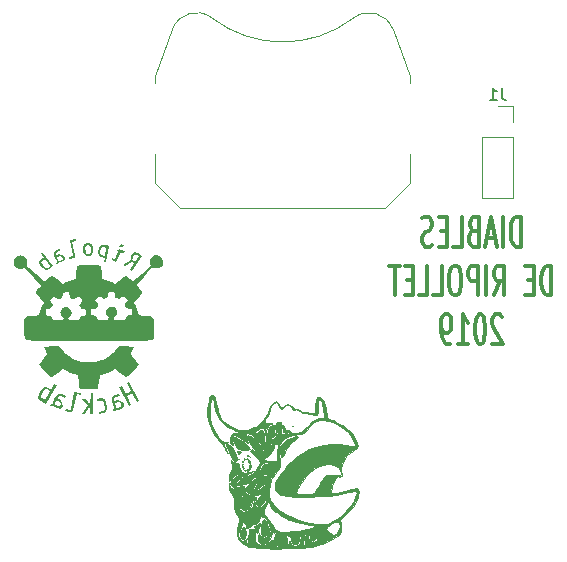
<source format=gbr>
G04 #@! TF.GenerationSoftware,KiCad,Pcbnew,5.0.2+dfsg1-1*
G04 #@! TF.CreationDate,2019-07-05T17:04:00+02:00*
G04 #@! TF.ProjectId,PollFoll,506f6c6c-466f-46c6-9c2e-6b696361645f,rev?*
G04 #@! TF.SameCoordinates,Original*
G04 #@! TF.FileFunction,Legend,Bot*
G04 #@! TF.FilePolarity,Positive*
%FSLAX46Y46*%
G04 Gerber Fmt 4.6, Leading zero omitted, Abs format (unit mm)*
G04 Created by KiCad (PCBNEW 5.0.2+dfsg1-1) date vie 05 jul 2019 17:04:00 CEST*
%MOMM*%
%LPD*%
G01*
G04 APERTURE LIST*
%ADD10C,0.375000*%
%ADD11C,0.120000*%
%ADD12C,0.100000*%
%ADD13C,0.010000*%
%ADD14C,0.150000*%
G04 APERTURE END LIST*
D10*
X156142857Y-78105952D02*
X156142857Y-75605952D01*
X155785714Y-75605952D01*
X155571428Y-75725000D01*
X155428571Y-75963095D01*
X155357142Y-76201190D01*
X155285714Y-76677380D01*
X155285714Y-77034523D01*
X155357142Y-77510714D01*
X155428571Y-77748809D01*
X155571428Y-77986904D01*
X155785714Y-78105952D01*
X156142857Y-78105952D01*
X154642857Y-78105952D02*
X154642857Y-75605952D01*
X154000000Y-77391666D02*
X153285714Y-77391666D01*
X154142857Y-78105952D02*
X153642857Y-75605952D01*
X153142857Y-78105952D01*
X152142857Y-76796428D02*
X151928571Y-76915476D01*
X151857142Y-77034523D01*
X151785714Y-77272619D01*
X151785714Y-77629761D01*
X151857142Y-77867857D01*
X151928571Y-77986904D01*
X152071428Y-78105952D01*
X152642857Y-78105952D01*
X152642857Y-75605952D01*
X152142857Y-75605952D01*
X152000000Y-75725000D01*
X151928571Y-75844047D01*
X151857142Y-76082142D01*
X151857142Y-76320238D01*
X151928571Y-76558333D01*
X152000000Y-76677380D01*
X152142857Y-76796428D01*
X152642857Y-76796428D01*
X150428571Y-78105952D02*
X151142857Y-78105952D01*
X151142857Y-75605952D01*
X149928571Y-76796428D02*
X149428571Y-76796428D01*
X149214285Y-78105952D02*
X149928571Y-78105952D01*
X149928571Y-75605952D01*
X149214285Y-75605952D01*
X148642857Y-77986904D02*
X148428571Y-78105952D01*
X148071428Y-78105952D01*
X147928571Y-77986904D01*
X147857142Y-77867857D01*
X147785714Y-77629761D01*
X147785714Y-77391666D01*
X147857142Y-77153571D01*
X147928571Y-77034523D01*
X148071428Y-76915476D01*
X148357142Y-76796428D01*
X148500000Y-76677380D01*
X148571428Y-76558333D01*
X148642857Y-76320238D01*
X148642857Y-76082142D01*
X148571428Y-75844047D01*
X148500000Y-75725000D01*
X148357142Y-75605952D01*
X148000000Y-75605952D01*
X147785714Y-75725000D01*
X158750000Y-82230952D02*
X158750000Y-79730952D01*
X158392857Y-79730952D01*
X158178571Y-79850000D01*
X158035714Y-80088095D01*
X157964285Y-80326190D01*
X157892857Y-80802380D01*
X157892857Y-81159523D01*
X157964285Y-81635714D01*
X158035714Y-81873809D01*
X158178571Y-82111904D01*
X158392857Y-82230952D01*
X158750000Y-82230952D01*
X157250000Y-80921428D02*
X156750000Y-80921428D01*
X156535714Y-82230952D02*
X157250000Y-82230952D01*
X157250000Y-79730952D01*
X156535714Y-79730952D01*
X153892857Y-82230952D02*
X154392857Y-81040476D01*
X154750000Y-82230952D02*
X154750000Y-79730952D01*
X154178571Y-79730952D01*
X154035714Y-79850000D01*
X153964285Y-79969047D01*
X153892857Y-80207142D01*
X153892857Y-80564285D01*
X153964285Y-80802380D01*
X154035714Y-80921428D01*
X154178571Y-81040476D01*
X154750000Y-81040476D01*
X153250000Y-82230952D02*
X153250000Y-79730952D01*
X152535714Y-82230952D02*
X152535714Y-79730952D01*
X151964285Y-79730952D01*
X151821428Y-79850000D01*
X151750000Y-79969047D01*
X151678571Y-80207142D01*
X151678571Y-80564285D01*
X151750000Y-80802380D01*
X151821428Y-80921428D01*
X151964285Y-81040476D01*
X152535714Y-81040476D01*
X150750000Y-79730952D02*
X150464285Y-79730952D01*
X150321428Y-79850000D01*
X150178571Y-80088095D01*
X150107142Y-80564285D01*
X150107142Y-81397619D01*
X150178571Y-81873809D01*
X150321428Y-82111904D01*
X150464285Y-82230952D01*
X150750000Y-82230952D01*
X150892857Y-82111904D01*
X151035714Y-81873809D01*
X151107142Y-81397619D01*
X151107142Y-80564285D01*
X151035714Y-80088095D01*
X150892857Y-79850000D01*
X150750000Y-79730952D01*
X148750000Y-82230952D02*
X149464285Y-82230952D01*
X149464285Y-79730952D01*
X147535714Y-82230952D02*
X148250000Y-82230952D01*
X148250000Y-79730952D01*
X147035714Y-80921428D02*
X146535714Y-80921428D01*
X146321428Y-82230952D02*
X147035714Y-82230952D01*
X147035714Y-79730952D01*
X146321428Y-79730952D01*
X145892857Y-79730952D02*
X145035714Y-79730952D01*
X145464285Y-82230952D02*
X145464285Y-79730952D01*
X154571428Y-84094047D02*
X154500000Y-83975000D01*
X154357142Y-83855952D01*
X154000000Y-83855952D01*
X153857142Y-83975000D01*
X153785714Y-84094047D01*
X153714285Y-84332142D01*
X153714285Y-84570238D01*
X153785714Y-84927380D01*
X154642857Y-86355952D01*
X153714285Y-86355952D01*
X152785714Y-83855952D02*
X152642857Y-83855952D01*
X152500000Y-83975000D01*
X152428571Y-84094047D01*
X152357142Y-84332142D01*
X152285714Y-84808333D01*
X152285714Y-85403571D01*
X152357142Y-85879761D01*
X152428571Y-86117857D01*
X152500000Y-86236904D01*
X152642857Y-86355952D01*
X152785714Y-86355952D01*
X152928571Y-86236904D01*
X153000000Y-86117857D01*
X153071428Y-85879761D01*
X153142857Y-85403571D01*
X153142857Y-84808333D01*
X153071428Y-84332142D01*
X153000000Y-84094047D01*
X152928571Y-83975000D01*
X152785714Y-83855952D01*
X150857142Y-86355952D02*
X151714285Y-86355952D01*
X151285714Y-86355952D02*
X151285714Y-83855952D01*
X151428571Y-84213095D01*
X151571428Y-84451190D01*
X151714285Y-84570238D01*
X150142857Y-86355952D02*
X149857142Y-86355952D01*
X149714285Y-86236904D01*
X149642857Y-86117857D01*
X149500000Y-85760714D01*
X149428571Y-85284523D01*
X149428571Y-84332142D01*
X149500000Y-84094047D01*
X149571428Y-83975000D01*
X149714285Y-83855952D01*
X150000000Y-83855952D01*
X150142857Y-83975000D01*
X150214285Y-84094047D01*
X150285714Y-84332142D01*
X150285714Y-84927380D01*
X150214285Y-85165476D01*
X150142857Y-85284523D01*
X150000000Y-85403571D01*
X149714285Y-85403571D01*
X149571428Y-85284523D01*
X149500000Y-85165476D01*
X149428571Y-84927380D01*
D11*
G04 #@! TO.C,J1*
X155530000Y-73970000D02*
X152870000Y-73970000D01*
X155530000Y-68830000D02*
X155530000Y-73970000D01*
X152870000Y-68830000D02*
X152870000Y-73970000D01*
X155530000Y-68830000D02*
X152870000Y-68830000D01*
X155530000Y-67560000D02*
X155530000Y-66230000D01*
X155530000Y-66230000D02*
X154200000Y-66230000D01*
D12*
G04 #@! TO.C,BT1*
X129995399Y-58746464D02*
G75*
G03X142000000Y-58750000I6004601J7806464D01*
G01*
X129996646Y-58733470D02*
G75*
G03X126660000Y-59720000I-1306646J-1716530D01*
G01*
X125220000Y-63670000D02*
X126660000Y-59720000D01*
X127300000Y-74840000D02*
X125220000Y-72760000D01*
X144700000Y-74840000D02*
X127300000Y-74840000D01*
X144700000Y-74840000D02*
X146780000Y-72760000D01*
X146780000Y-63670000D02*
X145340000Y-59720000D01*
X145325244Y-59711831D02*
G75*
G03X142000000Y-58750000I-2015244J-738169D01*
G01*
X125220000Y-72760000D02*
X125220000Y-70300000D01*
X125220000Y-64300000D02*
X125220000Y-63670000D01*
X146780000Y-72760000D02*
X146780000Y-70300000D01*
X146780000Y-64300000D02*
X146780000Y-63670000D01*
G04 #@! TO.C,svg2mod*
G36*
X125292982Y-78835991D02*
X125408623Y-78845624D01*
X125521304Y-78878858D01*
X122709057Y-82425827D01*
X122556355Y-82276844D01*
X122351084Y-82410414D01*
X122145813Y-82543954D01*
X121992986Y-82479231D01*
X121895544Y-82431156D01*
X121837306Y-82368329D01*
X121799081Y-82255922D01*
X121761680Y-82059074D01*
X121744533Y-81960033D01*
X121744540Y-81959912D01*
X121500592Y-81967438D01*
X121256582Y-81974964D01*
X121216717Y-82196136D01*
X121176789Y-82417248D01*
X121011759Y-82481007D01*
X120846728Y-82544707D01*
X120651282Y-82411649D01*
X120455899Y-82278530D01*
X120286989Y-82446418D01*
X120118078Y-82614397D01*
X120254070Y-82806278D01*
X120390125Y-82998219D01*
X120320596Y-83153313D01*
X120246185Y-83316084D01*
X120011500Y-83365424D01*
X119781759Y-83406967D01*
X119789330Y-83645118D01*
X119796901Y-83883298D01*
X119995976Y-83917887D01*
X120145096Y-83951423D01*
X120224152Y-83983393D01*
X120312394Y-84162028D01*
X120371472Y-84309687D01*
X120334924Y-84363844D01*
X121213585Y-84363844D01*
X121324482Y-84102513D01*
X121263901Y-84052752D01*
X121184547Y-84002057D01*
X121098307Y-83887814D01*
X121057752Y-83801416D01*
X121035746Y-83712129D01*
X121031670Y-83622389D01*
X121044901Y-83534697D01*
X121074815Y-83451521D01*
X121120794Y-83375268D01*
X121182214Y-83308438D01*
X121258454Y-83253499D01*
X121379938Y-83205122D01*
X121512233Y-83188264D01*
X121640378Y-83203316D01*
X121749415Y-83250097D01*
X121841845Y-83325687D01*
X121910403Y-83412025D01*
X121954866Y-83506310D01*
X121975012Y-83605652D01*
X121970619Y-83707252D01*
X121941467Y-83808250D01*
X121887331Y-83905816D01*
X121807991Y-83997060D01*
X121688145Y-84110641D01*
X121727885Y-84206221D01*
X121792721Y-84363783D01*
X122670130Y-84363783D01*
X122630077Y-84305924D01*
X122701547Y-84133972D01*
X122773078Y-83961929D01*
X122996561Y-83922584D01*
X123220107Y-83883238D01*
X123220107Y-83648068D01*
X123220107Y-83412898D01*
X122999378Y-83370602D01*
X122837449Y-83333966D01*
X122758059Y-83305367D01*
X122678579Y-83135492D01*
X122619752Y-82988737D01*
X122740786Y-82818109D01*
X122826267Y-82686947D01*
X122861821Y-82611116D01*
X122816945Y-82541697D01*
X122709057Y-82425827D01*
X125521304Y-78878858D01*
X125627090Y-78936146D01*
X125722048Y-79018028D01*
X125806877Y-79131639D01*
X125859912Y-79253710D01*
X125881964Y-79379844D01*
X125873842Y-79505618D01*
X125836358Y-79626665D01*
X125770321Y-79738620D01*
X125676541Y-79837089D01*
X125555829Y-79917647D01*
X125447500Y-79950791D01*
X125310719Y-79960725D01*
X125171515Y-79948082D01*
X125055918Y-79912710D01*
X124954597Y-79863159D01*
X124879623Y-79951935D01*
X124220502Y-80707418D01*
X118893080Y-82844480D01*
X118978561Y-82713288D01*
X119014115Y-82637456D01*
X118969239Y-82568037D01*
X118861351Y-82452168D01*
X118708587Y-82303215D01*
X118503315Y-82436755D01*
X118298107Y-82570325D01*
X118145280Y-82505572D01*
X118047838Y-82457496D01*
X117989600Y-82394700D01*
X117951375Y-82282293D01*
X117913974Y-82085415D01*
X117896827Y-81986404D01*
X117896822Y-81986404D01*
X117896824Y-81986223D01*
X117652814Y-81993749D01*
X117408866Y-82001275D01*
X117368939Y-82222477D01*
X117329074Y-82443589D01*
X117164043Y-82507348D01*
X116998951Y-82571048D01*
X116803567Y-82437959D01*
X116608184Y-82304841D01*
X116439273Y-82472759D01*
X116270300Y-82640708D01*
X116406355Y-82832589D01*
X116542347Y-83024560D01*
X116472880Y-83179624D01*
X116398407Y-83342485D01*
X116163722Y-83391735D01*
X115934043Y-83433308D01*
X115941617Y-83671428D01*
X115949191Y-83909639D01*
X116148205Y-83944228D01*
X116297324Y-83977734D01*
X116376380Y-84009704D01*
X116464622Y-84188339D01*
X116523700Y-84336028D01*
X116504801Y-84364024D01*
X117376953Y-84364024D01*
X117476773Y-84128824D01*
X117416193Y-84079063D01*
X117336838Y-84028398D01*
X117250599Y-83914124D01*
X117210044Y-83827727D01*
X117188038Y-83738439D01*
X117183965Y-83648730D01*
X117197196Y-83561038D01*
X117227110Y-83477831D01*
X117273088Y-83401579D01*
X117334509Y-83334779D01*
X117410749Y-83279839D01*
X117532223Y-83231463D01*
X117664496Y-83214605D01*
X117792620Y-83229656D01*
X117901647Y-83276468D01*
X117994080Y-83352058D01*
X118062644Y-83438396D01*
X118107118Y-83532680D01*
X118127275Y-83632023D01*
X118122895Y-83733623D01*
X118093752Y-83834621D01*
X118039624Y-83932157D01*
X117960286Y-84023431D01*
X117840440Y-84137012D01*
X117880117Y-84232591D01*
X117934251Y-84363994D01*
X118804276Y-84363994D01*
X118782309Y-84332295D01*
X118853841Y-84160312D01*
X118925310Y-83988270D01*
X119148856Y-83948954D01*
X119372339Y-83909609D01*
X119372339Y-83674439D01*
X119372339Y-83439238D01*
X119151672Y-83396943D01*
X118989712Y-83360307D01*
X118910291Y-83331708D01*
X118830873Y-83161833D01*
X118772045Y-83015077D01*
X118893080Y-82844480D01*
X124220502Y-80707418D01*
X123636292Y-81374154D01*
X123846132Y-81586626D01*
X124025007Y-81784649D01*
X124050861Y-81845127D01*
X124055847Y-81913432D01*
X124046752Y-82006362D01*
X124001062Y-82107992D01*
X123890878Y-82264441D01*
X123688299Y-82521918D01*
X123419131Y-82877564D01*
X123548301Y-83167733D01*
X123661115Y-83425030D01*
X123750944Y-83661825D01*
X123830612Y-83891637D01*
X124284774Y-83950670D01*
X124615055Y-83991792D01*
X124813540Y-84028398D01*
X124925454Y-84072229D01*
X124996027Y-84134965D01*
X125064367Y-84214951D01*
X125064367Y-85033741D01*
X125064367Y-85852532D01*
X123574637Y-87766435D01*
X123745425Y-87994380D01*
X123816707Y-88120244D01*
X123782834Y-88176538D01*
X123682329Y-88291895D01*
X123290699Y-88689686D01*
X122857220Y-89101444D01*
X122760991Y-89174837D01*
X122713562Y-89187179D01*
X122232364Y-88832076D01*
X121801857Y-88496029D01*
X121555657Y-88625595D01*
X121336920Y-88730747D01*
X121092794Y-88832407D01*
X120855959Y-88917812D01*
X120659097Y-88974286D01*
X120565567Y-89002584D01*
X120526672Y-89028473D01*
X120459834Y-89592676D01*
X120397674Y-90027163D01*
X120373275Y-90124157D01*
X120348626Y-90165189D01*
X120265552Y-90181445D01*
X120088632Y-90192884D01*
X119579991Y-90201012D01*
X119076166Y-90190175D01*
X118905267Y-90177832D01*
X118830621Y-90160974D01*
X118789091Y-89975023D01*
X118732491Y-89579250D01*
X118647253Y-89018749D01*
X118320759Y-88907576D01*
X118011194Y-88794146D01*
X117700252Y-88655939D01*
X117388340Y-88500062D01*
X116973917Y-88821931D01*
X116497100Y-89176282D01*
X116450450Y-89182905D01*
X116368057Y-89130103D01*
X115906695Y-88690950D01*
X115513878Y-88291986D01*
X115413088Y-88176387D01*
X115379123Y-88119973D01*
X115450415Y-87994109D01*
X115621192Y-87766164D01*
X115966899Y-87330835D01*
X116070974Y-87196241D01*
X115923842Y-86910196D01*
X115776710Y-86593866D01*
X115811883Y-86579717D01*
X115925591Y-86570385D01*
X116437772Y-86563461D01*
X117098832Y-86563461D01*
X117217864Y-86726864D01*
X117356584Y-86899990D01*
X117514250Y-87065681D01*
X117687959Y-87221859D01*
X117874814Y-87366447D01*
X118071914Y-87497368D01*
X118276360Y-87612575D01*
X118485253Y-87709931D01*
X118695692Y-87787387D01*
X119036410Y-87870714D01*
X119400355Y-87915418D01*
X119764497Y-87919934D01*
X120105806Y-87882666D01*
X120384846Y-87817732D01*
X120656068Y-87726638D01*
X120917102Y-87610919D01*
X121165579Y-87471991D01*
X121399130Y-87311327D01*
X121615387Y-87130434D01*
X121811980Y-86930786D01*
X121986541Y-86713829D01*
X122095247Y-86563491D01*
X122757184Y-86563491D01*
X122757182Y-86563732D01*
X123270048Y-86570656D01*
X123383903Y-86579988D01*
X123419119Y-86594137D01*
X123271987Y-86910466D01*
X123124855Y-87196512D01*
X123228930Y-87331105D01*
X123574637Y-87766435D01*
X125064367Y-85852532D01*
X124988767Y-85932186D01*
X124927168Y-85988872D01*
X124843552Y-86024876D01*
X124685583Y-86054377D01*
X124400928Y-86091405D01*
X124079080Y-86117896D01*
X123414967Y-86132647D01*
X119643329Y-86142581D01*
X115797508Y-86138066D01*
X115162343Y-86122412D01*
X114827529Y-86091826D01*
X114488851Y-86041674D01*
X114296640Y-85996819D01*
X114243462Y-85969124D01*
X114203122Y-85935287D01*
X114173850Y-85884743D01*
X114153873Y-85806955D01*
X114134718Y-85527261D01*
X114131485Y-85011766D01*
X114131485Y-84215041D01*
X114199763Y-84135086D01*
X114270227Y-84072410D01*
X114382104Y-84028549D01*
X114580842Y-83991672D01*
X114911891Y-83949978D01*
X115365991Y-83890975D01*
X115444908Y-83661946D01*
X115534737Y-83425150D01*
X115647551Y-83167854D01*
X115776721Y-82876751D01*
X115471380Y-82472699D01*
X115250936Y-82182108D01*
X115149705Y-82023792D01*
X115138398Y-81921500D01*
X115162550Y-81823482D01*
X115226779Y-81719173D01*
X115335699Y-81597976D01*
X115506737Y-81426565D01*
X114909135Y-80746733D01*
X114236559Y-79978216D01*
X114161585Y-79889410D01*
X114071904Y-79931344D01*
X113966023Y-79970660D01*
X113860041Y-79990528D01*
X113755789Y-79990528D01*
X113655093Y-79973068D01*
X113559786Y-79937606D01*
X113471694Y-79884714D01*
X113392649Y-79814843D01*
X113324479Y-79728536D01*
X113289244Y-79667816D01*
X113268346Y-79608060D01*
X113255763Y-79431623D01*
X113260799Y-79296758D01*
X113282170Y-79200456D01*
X113329245Y-79118243D01*
X113411402Y-79025644D01*
X113519527Y-78939548D01*
X113641167Y-78885391D01*
X113770420Y-78862211D01*
X113901381Y-78869135D01*
X114028146Y-78905019D01*
X114144813Y-78968989D01*
X114245477Y-79059992D01*
X114324233Y-79177126D01*
X114364921Y-79279900D01*
X114383950Y-79383667D01*
X114381120Y-79485930D01*
X114356218Y-79584218D01*
X114308217Y-79745755D01*
X114355618Y-79807407D01*
X114500456Y-79945914D01*
X115073040Y-80445064D01*
X115842181Y-81098675D01*
X116071609Y-80873680D01*
X116283022Y-80683124D01*
X116349333Y-80649227D01*
X116419756Y-80635379D01*
X116521685Y-80635379D01*
X116598179Y-80654044D01*
X117036384Y-80979555D01*
X117414946Y-81273638D01*
X117677167Y-81148316D01*
X117938357Y-81035187D01*
X118198106Y-80939186D01*
X118380981Y-80871633D01*
X118457324Y-80826959D01*
X118522097Y-80303817D01*
X118588707Y-79865176D01*
X118620503Y-79783836D01*
X118668040Y-79728596D01*
X118749772Y-79648129D01*
X119597893Y-79648129D01*
X120446077Y-79648129D01*
X120529937Y-79730733D01*
X120578788Y-79786756D01*
X120610877Y-79866320D01*
X120675818Y-80292860D01*
X120738400Y-80813894D01*
X120753473Y-80837375D01*
X120799920Y-80865372D01*
X120997680Y-80939186D01*
X121257952Y-81035428D01*
X121520370Y-81149129D01*
X121784282Y-81275234D01*
X122143944Y-80995841D01*
X122428207Y-80776837D01*
X122587250Y-80666988D01*
X122681802Y-80631466D01*
X122772587Y-80635379D01*
X122843947Y-80648625D01*
X122908073Y-80679451D01*
X123098643Y-80848694D01*
X123302662Y-81048523D01*
X124065733Y-80401715D01*
X124642053Y-79900789D01*
X124776556Y-79770741D01*
X124815662Y-79714507D01*
X124759400Y-79558299D01*
X124734392Y-79457662D01*
X124732793Y-79353624D01*
X124754543Y-79246936D01*
X124799576Y-79138142D01*
X124891204Y-79009208D01*
X125009563Y-78915013D01*
X125146278Y-78856732D01*
X125292978Y-78835359D01*
X125292982Y-78835991D01*
X125292982Y-78835991D01*
G37*
G36*
X123431252Y-79536564D02*
X123524597Y-79403476D01*
X123321071Y-79264908D01*
X123243168Y-79167312D01*
X123280447Y-79045844D01*
X123423577Y-78841771D01*
X123524451Y-78766241D01*
X123644671Y-78803509D01*
X123848197Y-78942076D01*
X123524597Y-79403476D01*
X123431252Y-79536564D01*
X123070314Y-80051217D01*
X123227011Y-80157905D01*
X124098241Y-78915675D01*
X123759631Y-78685141D01*
X123481793Y-78595613D01*
X123255679Y-78751068D01*
X123136196Y-78921425D01*
X123122805Y-79282007D01*
X122490353Y-79656347D01*
X122661459Y-79772848D01*
X123254742Y-79416390D01*
X123431252Y-79536564D01*
X123431252Y-79536564D01*
G37*
G36*
X122332846Y-77923427D02*
X121513927Y-79046687D01*
X121450289Y-79195820D01*
X121920529Y-79390621D01*
X122281144Y-78545520D01*
X122577819Y-78668403D01*
X122641457Y-78519270D01*
X122173235Y-78325312D01*
X121812620Y-79170413D01*
X121513927Y-79046687D01*
X122332846Y-77923427D01*
X122256480Y-78102394D01*
X122448209Y-78181837D01*
X122524575Y-78002871D01*
X122332846Y-77923427D01*
X122332846Y-77923427D01*
G37*
G36*
X121135433Y-78001396D02*
X121125459Y-78052241D01*
X120953802Y-78131594D01*
X121051649Y-78189755D01*
X121070665Y-78274677D01*
X120948087Y-78899449D01*
X120687995Y-78849899D01*
X120574686Y-78790986D01*
X120553791Y-78681529D01*
X120645205Y-78215614D01*
X120705991Y-78121720D01*
X120833428Y-78108776D01*
X120953801Y-78131654D01*
X120953802Y-78131594D01*
X121125459Y-78052241D01*
X120963470Y-77968643D01*
X120886088Y-77953892D01*
X120593010Y-77981587D01*
X120454187Y-78223170D01*
X120379393Y-78604373D01*
X120418979Y-78879972D01*
X120678328Y-79012850D01*
X120916924Y-79058277D01*
X120846286Y-79418317D01*
X121028995Y-79453117D01*
X121307393Y-78034149D01*
X121135432Y-78001396D01*
X121135433Y-78001396D01*
X121135433Y-78001396D01*
G37*
G36*
X119120449Y-78577069D02*
X119300152Y-78143004D01*
X119340217Y-78038875D01*
X119462264Y-78000462D01*
X119578285Y-77997452D01*
X119701415Y-78032372D01*
X119744536Y-78135297D01*
X119751541Y-78609822D01*
X119711476Y-78713950D01*
X119589429Y-78752363D01*
X119473408Y-78755373D01*
X119350278Y-78720483D01*
X119307158Y-78617528D01*
X119300153Y-78143034D01*
X119300152Y-78143004D01*
X119120449Y-78577069D01*
X119216274Y-78838881D01*
X119497686Y-78916819D01*
X119569926Y-78916819D01*
X119851107Y-78830813D01*
X119936975Y-78566382D01*
X119931243Y-78178165D01*
X119837607Y-77916323D01*
X119554006Y-77838384D01*
X119481766Y-77838384D01*
X119202774Y-77924360D01*
X119114717Y-78188791D01*
X119120449Y-78577039D01*
X119120449Y-78577069D01*
X119120449Y-78577069D01*
G37*
G36*
X118294289Y-79067007D02*
X118411058Y-78988316D01*
X118428253Y-78816544D01*
X118178025Y-77711256D01*
X118492135Y-77642228D01*
X118456388Y-77484334D01*
X117960650Y-77593280D01*
X118244242Y-78845955D01*
X118238110Y-78898125D01*
X118183753Y-78925519D01*
X117899558Y-78987984D01*
X117935305Y-79145878D01*
X118294287Y-79066977D01*
X118294289Y-79067007D01*
X118294289Y-79067007D01*
G37*
G36*
X116952168Y-79550713D02*
X117135646Y-79291068D01*
X117047219Y-79297390D01*
X116998731Y-79233781D01*
X116899316Y-79017667D01*
X117148573Y-78906343D01*
X117249682Y-78901527D01*
X117322443Y-78970855D01*
X117367632Y-79069114D01*
X117378045Y-79154458D01*
X117313116Y-79211866D01*
X117135645Y-79291099D01*
X117135646Y-79291068D01*
X116952168Y-79550713D01*
X117002765Y-79509170D01*
X117034729Y-79442821D01*
X117183479Y-79447337D01*
X117360951Y-79368074D01*
X117555178Y-79210300D01*
X117528081Y-78973745D01*
X117510007Y-78934430D01*
X117078790Y-78759919D01*
X116831526Y-78870339D01*
X116786337Y-78772111D01*
X116780846Y-78660878D01*
X116877149Y-78577611D01*
X117186229Y-78439585D01*
X117118446Y-78292258D01*
X116829307Y-78421372D01*
X116608411Y-78610002D01*
X116634920Y-78887077D01*
X116851826Y-79358621D01*
X116850682Y-79413591D01*
X116779240Y-79462088D01*
X116842504Y-79599601D01*
X116952177Y-79550623D01*
X116952168Y-79550713D01*
X116952168Y-79550713D01*
G37*
G36*
X115698232Y-79961117D02*
X115969877Y-79946727D01*
X115874182Y-79887453D01*
X115589308Y-79504805D01*
X115560694Y-79397094D01*
X115637539Y-79296066D01*
X115736397Y-79224630D01*
X115736398Y-79224630D01*
X115846207Y-79193412D01*
X115922363Y-79237363D01*
X116304352Y-79750451D01*
X116090749Y-79904823D01*
X115969877Y-79946727D01*
X115698232Y-79961117D01*
X115930351Y-80119733D01*
X116205518Y-80022528D01*
X116551521Y-79772457D01*
X115645105Y-78554943D01*
X115495052Y-78663376D01*
X115779926Y-79046024D01*
X115621629Y-79106924D01*
X115558078Y-79152862D01*
X115379556Y-79383547D01*
X115465154Y-79648038D01*
X115698232Y-79961117D01*
X115698232Y-79961117D01*
G37*
G36*
X123262296Y-90534096D02*
X123641549Y-91258210D01*
X123837194Y-91155740D01*
X123012732Y-89581582D01*
X122817086Y-89684052D01*
X123175138Y-90367687D01*
X122711886Y-90610314D01*
X122353834Y-89926680D01*
X122158189Y-90029150D01*
X122982651Y-91603308D01*
X123178297Y-91500838D01*
X122799044Y-90776726D01*
X123262296Y-90534096D01*
X123262296Y-90534096D01*
G37*
G36*
X121794645Y-92023328D02*
X122040511Y-91743877D01*
X121937790Y-91739730D01*
X121890383Y-91659001D01*
X121804579Y-91393270D01*
X122106548Y-91295764D01*
X122223681Y-91303375D01*
X122298290Y-91393992D01*
X122337292Y-91514779D01*
X122337944Y-91615939D01*
X122255506Y-91674570D01*
X122040504Y-91743994D01*
X122040511Y-91743877D01*
X121794645Y-92023328D01*
X121858462Y-91981379D01*
X121904110Y-91907954D01*
X122074872Y-91932859D01*
X122289873Y-91863435D01*
X122534621Y-91704377D01*
X122534854Y-91424204D01*
X122519252Y-91375886D01*
X122045646Y-91115332D01*
X121746093Y-91212056D01*
X121707091Y-91091269D01*
X121715534Y-90960490D01*
X121837555Y-90875743D01*
X122211997Y-90754835D01*
X122153494Y-90573653D01*
X121803210Y-90686758D01*
X121523635Y-90878402D01*
X121517338Y-91205887D01*
X121704547Y-91785667D01*
X121695914Y-91849808D01*
X121607160Y-91897140D01*
X121661762Y-92066245D01*
X121794629Y-92023342D01*
X121794645Y-92023328D01*
X121794645Y-92023328D01*
G37*
G36*
X120767657Y-92222924D02*
X121078640Y-92083815D01*
X121137710Y-91760024D01*
X121073358Y-91307637D01*
X120926698Y-91015678D01*
X120588901Y-90966291D01*
X120264690Y-91012410D01*
X120291504Y-91200906D01*
X120640847Y-91151212D01*
X120787668Y-91173905D01*
X120852581Y-91287747D01*
X120931234Y-91840666D01*
X120900643Y-91968096D01*
X120765978Y-92030843D01*
X120416635Y-92080536D01*
X120443448Y-92269031D01*
X120767659Y-92222912D01*
X120767657Y-92222924D01*
X120767657Y-92222924D01*
G37*
G36*
X119694739Y-91755665D02*
X119679072Y-92298692D01*
X119894760Y-92304928D01*
X119946010Y-90528669D01*
X119730321Y-90522464D01*
X119702645Y-91481641D01*
X119317288Y-91018468D01*
X119045774Y-91010650D01*
X119472878Y-91523280D01*
X118973642Y-92278379D01*
X119240079Y-92286084D01*
X119630958Y-91677694D01*
X119694736Y-91755722D01*
X119694739Y-91755665D01*
X119694739Y-91755665D01*
G37*
G36*
X118015555Y-92121209D02*
X118176877Y-92091431D01*
X118277047Y-91914750D01*
X118539171Y-90608035D01*
X118905051Y-90681431D01*
X118942496Y-90494755D01*
X118365053Y-90378922D01*
X118067980Y-91859865D01*
X118036585Y-91913119D01*
X117965888Y-91917062D01*
X117634853Y-91850655D01*
X117597408Y-92037330D01*
X118015557Y-92121209D01*
X118015555Y-92121209D01*
X118015555Y-92121209D01*
G37*
G36*
X116434239Y-91622215D02*
X116801108Y-91559297D01*
X116723816Y-91491514D01*
X116737648Y-91398925D01*
X116837834Y-91138274D01*
X117134028Y-91252121D01*
X117220436Y-91331566D01*
X117221554Y-91448941D01*
X117176015Y-91567418D01*
X117112971Y-91646533D01*
X117011998Y-91640367D01*
X116801108Y-91559306D01*
X116801108Y-91559297D01*
X116434239Y-91622215D01*
X116510243Y-91629672D01*
X116591888Y-91601223D01*
X116709108Y-91727867D01*
X116919998Y-91808928D01*
X117210342Y-91838949D01*
X117386538Y-91621112D01*
X117404752Y-91573721D01*
X117199968Y-91073466D01*
X116906143Y-90960529D01*
X116951681Y-90842053D01*
X117040420Y-90745617D01*
X117188598Y-90756353D01*
X117555879Y-90897523D01*
X117624187Y-90719808D01*
X117280602Y-90587744D01*
X116942689Y-90561213D01*
X116732053Y-90812045D01*
X116513466Y-91380738D01*
X116466453Y-91425220D01*
X116367665Y-91406296D01*
X116303910Y-91572163D01*
X116434236Y-91622257D01*
X116434239Y-91622215D01*
X116434239Y-91622215D01*
G37*
G36*
X115361439Y-90572648D02*
X115500038Y-90856004D01*
X115520902Y-90726625D01*
X115806510Y-90246694D01*
X115910272Y-90166651D01*
X116054506Y-90202261D01*
X116176670Y-90274960D01*
X116176671Y-90274963D01*
X116260196Y-90377843D01*
X116247067Y-90479331D01*
X115864094Y-91122874D01*
X115600132Y-90965791D01*
X115500038Y-90856004D01*
X115361439Y-90572648D01*
X115294680Y-90893317D01*
X115524580Y-91142384D01*
X115952154Y-91396835D01*
X116860905Y-89869785D01*
X116675477Y-89759436D01*
X116389870Y-90239364D01*
X116252221Y-90098371D01*
X116173687Y-90051633D01*
X115842942Y-89967061D01*
X115595118Y-90179978D01*
X115361439Y-90572648D01*
X115361439Y-90572648D01*
G37*
D13*
G04 #@! TO.C,Ref\002A\002A*
G36*
X136846666Y-93295833D02*
X136825500Y-93317000D01*
X136804333Y-93295833D01*
X136825500Y-93274666D01*
X136846666Y-93295833D01*
X136846666Y-93295833D01*
G37*
X136846666Y-93295833D02*
X136825500Y-93317000D01*
X136804333Y-93295833D01*
X136825500Y-93274666D01*
X136846666Y-93295833D01*
G36*
X133106199Y-101793043D02*
X133311833Y-101807430D01*
X133154443Y-101880215D01*
X133026238Y-101934500D01*
X132951593Y-101947880D01*
X132910077Y-101920606D01*
X132892032Y-101883440D01*
X132877071Y-101824386D01*
X132900818Y-101794312D01*
X132979008Y-101786580D01*
X133106199Y-101793043D01*
X133106199Y-101793043D01*
G37*
X133106199Y-101793043D02*
X133311833Y-101807430D01*
X133154443Y-101880215D01*
X133026238Y-101934500D01*
X132951593Y-101947880D01*
X132910077Y-101920606D01*
X132892032Y-101883440D01*
X132877071Y-101824386D01*
X132900818Y-101794312D01*
X132979008Y-101786580D01*
X133106199Y-101793043D01*
G36*
X134041351Y-101693258D02*
X134005131Y-101816985D01*
X133961039Y-101904199D01*
X133941682Y-101923353D01*
X133901610Y-101989768D01*
X133883741Y-102117185D01*
X133883333Y-102143105D01*
X133873257Y-102284741D01*
X133845536Y-102344135D01*
X133803926Y-102320598D01*
X133752185Y-102213440D01*
X133736929Y-102169973D01*
X133680715Y-102033942D01*
X133615955Y-101923286D01*
X133586249Y-101888821D01*
X133529469Y-101810748D01*
X133548477Y-101757731D01*
X133623543Y-101741333D01*
X133699736Y-101719605D01*
X133814207Y-101663987D01*
X133890047Y-101619175D01*
X134082670Y-101497017D01*
X134041351Y-101693258D01*
X134041351Y-101693258D01*
G37*
X134041351Y-101693258D02*
X134005131Y-101816985D01*
X133961039Y-101904199D01*
X133941682Y-101923353D01*
X133901610Y-101989768D01*
X133883741Y-102117185D01*
X133883333Y-102143105D01*
X133873257Y-102284741D01*
X133845536Y-102344135D01*
X133803926Y-102320598D01*
X133752185Y-102213440D01*
X133736929Y-102169973D01*
X133680715Y-102033942D01*
X133615955Y-101923286D01*
X133586249Y-101888821D01*
X133529469Y-101810748D01*
X133548477Y-101757731D01*
X133623543Y-101741333D01*
X133699736Y-101719605D01*
X133814207Y-101663987D01*
X133890047Y-101619175D01*
X134082670Y-101497017D01*
X134041351Y-101693258D01*
G36*
X134490084Y-101229261D02*
X134560083Y-101331722D01*
X134633550Y-101479900D01*
X134703110Y-101655310D01*
X134761390Y-101839468D01*
X134801016Y-102013891D01*
X134814666Y-102152910D01*
X134796584Y-102338763D01*
X134735201Y-102465504D01*
X134619811Y-102552162D01*
X134579785Y-102570417D01*
X134474719Y-102611078D01*
X134403705Y-102622096D01*
X134323403Y-102608166D01*
X134296112Y-102601157D01*
X134235734Y-102560225D01*
X134194371Y-102467869D01*
X134169833Y-102314386D01*
X134159932Y-102090072D01*
X134159513Y-101995333D01*
X134164136Y-101801358D01*
X134180880Y-101660715D01*
X134216008Y-101542270D01*
X134275786Y-101414891D01*
X134276643Y-101413250D01*
X134344593Y-101294558D01*
X134402120Y-101213920D01*
X134430927Y-101191000D01*
X134490084Y-101229261D01*
X134490084Y-101229261D01*
G37*
X134490084Y-101229261D02*
X134560083Y-101331722D01*
X134633550Y-101479900D01*
X134703110Y-101655310D01*
X134761390Y-101839468D01*
X134801016Y-102013891D01*
X134814666Y-102152910D01*
X134796584Y-102338763D01*
X134735201Y-102465504D01*
X134619811Y-102552162D01*
X134579785Y-102570417D01*
X134474719Y-102611078D01*
X134403705Y-102622096D01*
X134323403Y-102608166D01*
X134296112Y-102601157D01*
X134235734Y-102560225D01*
X134194371Y-102467869D01*
X134169833Y-102314386D01*
X134159932Y-102090072D01*
X134159513Y-101995333D01*
X134164136Y-101801358D01*
X134180880Y-101660715D01*
X134216008Y-101542270D01*
X134275786Y-101414891D01*
X134276643Y-101413250D01*
X134344593Y-101294558D01*
X134402120Y-101213920D01*
X134430927Y-101191000D01*
X134490084Y-101229261D01*
G36*
X132693761Y-101866064D02*
X132781377Y-101953928D01*
X132837104Y-102092822D01*
X132862346Y-102262728D01*
X132858507Y-102443624D01*
X132826989Y-102615491D01*
X132769198Y-102758308D01*
X132686536Y-102852054D01*
X132622897Y-102876827D01*
X132557672Y-102870878D01*
X132504162Y-102819714D01*
X132445095Y-102706080D01*
X132439546Y-102693625D01*
X132388006Y-102559756D01*
X132374307Y-102452410D01*
X132393894Y-102324822D01*
X132400768Y-102295411D01*
X132448548Y-102141273D01*
X132510186Y-101997154D01*
X132531416Y-101958655D01*
X132593963Y-101871767D01*
X132647037Y-101849315D01*
X132693761Y-101866064D01*
X132693761Y-101866064D01*
G37*
X132693761Y-101866064D02*
X132781377Y-101953928D01*
X132837104Y-102092822D01*
X132862346Y-102262728D01*
X132858507Y-102443624D01*
X132826989Y-102615491D01*
X132769198Y-102758308D01*
X132686536Y-102852054D01*
X132622897Y-102876827D01*
X132557672Y-102870878D01*
X132504162Y-102819714D01*
X132445095Y-102706080D01*
X132439546Y-102693625D01*
X132388006Y-102559756D01*
X132374307Y-102452410D01*
X132393894Y-102324822D01*
X132400768Y-102295411D01*
X132448548Y-102141273D01*
X132510186Y-101997154D01*
X132531416Y-101958655D01*
X132593963Y-101871767D01*
X132647037Y-101849315D01*
X132693761Y-101866064D01*
G36*
X133469647Y-101985608D02*
X133536085Y-102021661D01*
X133592964Y-102113763D01*
X133597280Y-102122333D01*
X133640051Y-102261214D01*
X133665299Y-102454062D01*
X133672099Y-102671822D01*
X133659527Y-102885437D01*
X133627244Y-103063751D01*
X133551010Y-103209501D01*
X133432218Y-103293408D01*
X133290362Y-103308918D01*
X133144937Y-103249474D01*
X133123423Y-103233205D01*
X133079366Y-103192442D01*
X133055287Y-103145386D01*
X133048990Y-103071810D01*
X133058276Y-102951489D01*
X133076400Y-102800399D01*
X133097777Y-102610039D01*
X133113823Y-102429417D01*
X133121651Y-102292035D01*
X133121981Y-102271610D01*
X133133607Y-102121041D01*
X133177157Y-102034899D01*
X133267801Y-101994622D01*
X133356647Y-101984395D01*
X133469647Y-101985608D01*
X133469647Y-101985608D01*
G37*
X133469647Y-101985608D02*
X133536085Y-102021661D01*
X133592964Y-102113763D01*
X133597280Y-102122333D01*
X133640051Y-102261214D01*
X133665299Y-102454062D01*
X133672099Y-102671822D01*
X133659527Y-102885437D01*
X133627244Y-103063751D01*
X133551010Y-103209501D01*
X133432218Y-103293408D01*
X133290362Y-103308918D01*
X133144937Y-103249474D01*
X133123423Y-103233205D01*
X133079366Y-103192442D01*
X133055287Y-103145386D01*
X133048990Y-103071810D01*
X133058276Y-102951489D01*
X133076400Y-102800399D01*
X133097777Y-102610039D01*
X133113823Y-102429417D01*
X133121651Y-102292035D01*
X133121981Y-102271610D01*
X133133607Y-102121041D01*
X133177157Y-102034899D01*
X133267801Y-101994622D01*
X133356647Y-101984395D01*
X133469647Y-101985608D01*
G36*
X132013678Y-94244561D02*
X132114845Y-94285614D01*
X132250834Y-94362909D01*
X132420770Y-94475397D01*
X132606212Y-94608999D01*
X132788717Y-94749634D01*
X132949844Y-94883225D01*
X133071150Y-94995691D01*
X133123414Y-95055589D01*
X133185030Y-95155484D01*
X133198497Y-95225214D01*
X133155910Y-95269782D01*
X133049370Y-95294185D01*
X132870971Y-95303423D01*
X132731078Y-95303801D01*
X132539004Y-95298685D01*
X132371938Y-95287210D01*
X132252436Y-95271295D01*
X132211166Y-95259583D01*
X132111941Y-95175569D01*
X132010984Y-95031798D01*
X131919752Y-94852143D01*
X131849699Y-94660481D01*
X131812280Y-94480686D01*
X131809000Y-94421370D01*
X131830727Y-94293712D01*
X131897939Y-94235226D01*
X132013678Y-94244561D01*
X132013678Y-94244561D01*
G37*
X132013678Y-94244561D02*
X132114845Y-94285614D01*
X132250834Y-94362909D01*
X132420770Y-94475397D01*
X132606212Y-94608999D01*
X132788717Y-94749634D01*
X132949844Y-94883225D01*
X133071150Y-94995691D01*
X133123414Y-95055589D01*
X133185030Y-95155484D01*
X133198497Y-95225214D01*
X133155910Y-95269782D01*
X133049370Y-95294185D01*
X132870971Y-95303423D01*
X132731078Y-95303801D01*
X132539004Y-95298685D01*
X132371938Y-95287210D01*
X132252436Y-95271295D01*
X132211166Y-95259583D01*
X132111941Y-95175569D01*
X132010984Y-95031798D01*
X131919752Y-94852143D01*
X131849699Y-94660481D01*
X131812280Y-94480686D01*
X131809000Y-94421370D01*
X131830727Y-94293712D01*
X131897939Y-94235226D01*
X132013678Y-94244561D01*
G36*
X131343333Y-95581833D02*
X131322166Y-95603000D01*
X131301000Y-95581833D01*
X131322166Y-95560666D01*
X131343333Y-95581833D01*
X131343333Y-95581833D01*
G37*
X131343333Y-95581833D02*
X131322166Y-95603000D01*
X131301000Y-95581833D01*
X131322166Y-95560666D01*
X131343333Y-95581833D01*
G36*
X132282163Y-95407649D02*
X132396044Y-95436009D01*
X132437573Y-95468339D01*
X132418550Y-95517906D01*
X132400597Y-95540788D01*
X132306130Y-95628893D01*
X132225347Y-95658410D01*
X132174597Y-95623654D01*
X132173065Y-95619929D01*
X132151282Y-95521015D01*
X132147666Y-95467245D01*
X132159350Y-95409833D01*
X132210561Y-95396567D01*
X132282163Y-95407649D01*
X132282163Y-95407649D01*
G37*
X132282163Y-95407649D02*
X132396044Y-95436009D01*
X132437573Y-95468339D01*
X132418550Y-95517906D01*
X132400597Y-95540788D01*
X132306130Y-95628893D01*
X132225347Y-95658410D01*
X132174597Y-95623654D01*
X132173065Y-95619929D01*
X132151282Y-95521015D01*
X132147666Y-95467245D01*
X132159350Y-95409833D01*
X132210561Y-95396567D01*
X132282163Y-95407649D01*
G36*
X133080995Y-95797256D02*
X133144992Y-95834486D01*
X133202076Y-95883207D01*
X133189307Y-95891175D01*
X133104796Y-95858454D01*
X133057833Y-95837362D01*
X132990997Y-95798531D01*
X132988254Y-95776973D01*
X132996825Y-95775771D01*
X133080995Y-95797256D01*
X133080995Y-95797256D01*
G37*
X133080995Y-95797256D02*
X133144992Y-95834486D01*
X133202076Y-95883207D01*
X133189307Y-95891175D01*
X133104796Y-95858454D01*
X133057833Y-95837362D01*
X132990997Y-95798531D01*
X132988254Y-95776973D01*
X132996825Y-95775771D01*
X133080995Y-95797256D01*
G36*
X132302888Y-96082777D02*
X132297077Y-96107944D01*
X132274666Y-96111000D01*
X132239821Y-96095510D01*
X132246444Y-96082777D01*
X132296684Y-96077711D01*
X132302888Y-96082777D01*
X132302888Y-96082777D01*
G37*
X132302888Y-96082777D02*
X132297077Y-96107944D01*
X132274666Y-96111000D01*
X132239821Y-96095510D01*
X132246444Y-96082777D01*
X132296684Y-96077711D01*
X132302888Y-96082777D01*
G36*
X132755595Y-96055706D02*
X132781804Y-96113999D01*
X132754696Y-96151862D01*
X132742831Y-96153333D01*
X132685089Y-96122727D01*
X132678641Y-96113925D01*
X132680664Y-96063674D01*
X132725418Y-96041801D01*
X132755595Y-96055706D01*
X132755595Y-96055706D01*
G37*
X132755595Y-96055706D02*
X132781804Y-96113999D01*
X132754696Y-96151862D01*
X132742831Y-96153333D01*
X132685089Y-96122727D01*
X132678641Y-96113925D01*
X132680664Y-96063674D01*
X132725418Y-96041801D01*
X132755595Y-96055706D01*
G36*
X132616258Y-96260974D02*
X132653795Y-96301841D01*
X132611041Y-96321838D01*
X132589668Y-96322666D01*
X132546066Y-96301838D01*
X132550260Y-96279642D01*
X132600994Y-96255221D01*
X132616258Y-96260974D01*
X132616258Y-96260974D01*
G37*
X132616258Y-96260974D02*
X132653795Y-96301841D01*
X132611041Y-96321838D01*
X132589668Y-96322666D01*
X132546066Y-96301838D01*
X132550260Y-96279642D01*
X132600994Y-96255221D01*
X132616258Y-96260974D01*
G36*
X131434601Y-94876828D02*
X131590745Y-94973960D01*
X131744115Y-95116867D01*
X131875542Y-95290019D01*
X131899866Y-95331089D01*
X131999065Y-95551136D01*
X132066895Y-95789805D01*
X132096509Y-96016429D01*
X132087506Y-96171583D01*
X132046809Y-96285447D01*
X131981322Y-96318755D01*
X131889112Y-96271992D01*
X131845719Y-96232385D01*
X131800142Y-96167172D01*
X131728021Y-96041786D01*
X131637809Y-95873150D01*
X131537958Y-95678186D01*
X131436922Y-95473817D01*
X131343154Y-95276965D01*
X131265106Y-95104553D01*
X131211231Y-94973504D01*
X131198279Y-94936250D01*
X131187619Y-94869309D01*
X131228108Y-94844143D01*
X131294856Y-94841000D01*
X131434601Y-94876828D01*
X131434601Y-94876828D01*
G37*
X131434601Y-94876828D02*
X131590745Y-94973960D01*
X131744115Y-95116867D01*
X131875542Y-95290019D01*
X131899866Y-95331089D01*
X131999065Y-95551136D01*
X132066895Y-95789805D01*
X132096509Y-96016429D01*
X132087506Y-96171583D01*
X132046809Y-96285447D01*
X131981322Y-96318755D01*
X131889112Y-96271992D01*
X131845719Y-96232385D01*
X131800142Y-96167172D01*
X131728021Y-96041786D01*
X131637809Y-95873150D01*
X131537958Y-95678186D01*
X131436922Y-95473817D01*
X131343154Y-95276965D01*
X131265106Y-95104553D01*
X131211231Y-94973504D01*
X131198279Y-94936250D01*
X131187619Y-94869309D01*
X131228108Y-94844143D01*
X131294856Y-94841000D01*
X131434601Y-94876828D01*
G36*
X132612103Y-96524214D02*
X132613333Y-96534333D01*
X132581118Y-96575436D01*
X132571000Y-96576666D01*
X132529896Y-96544452D01*
X132528666Y-96534333D01*
X132560881Y-96493230D01*
X132571000Y-96492000D01*
X132612103Y-96524214D01*
X132612103Y-96524214D01*
G37*
X132612103Y-96524214D02*
X132613333Y-96534333D01*
X132581118Y-96575436D01*
X132571000Y-96576666D01*
X132529896Y-96544452D01*
X132528666Y-96534333D01*
X132560881Y-96493230D01*
X132571000Y-96492000D01*
X132612103Y-96524214D01*
G36*
X132622505Y-96653572D02*
X132650445Y-96711742D01*
X132623187Y-96753078D01*
X132576116Y-96775563D01*
X132545991Y-96730086D01*
X132536295Y-96651241D01*
X132571373Y-96623969D01*
X132622505Y-96653572D01*
X132622505Y-96653572D01*
G37*
X132622505Y-96653572D02*
X132650445Y-96711742D01*
X132623187Y-96753078D01*
X132576116Y-96775563D01*
X132545991Y-96730086D01*
X132536295Y-96651241D01*
X132571373Y-96623969D01*
X132622505Y-96653572D01*
G36*
X132683888Y-96887111D02*
X132678077Y-96912278D01*
X132655666Y-96915333D01*
X132620821Y-96899844D01*
X132627444Y-96887111D01*
X132677684Y-96882044D01*
X132683888Y-96887111D01*
X132683888Y-96887111D01*
G37*
X132683888Y-96887111D02*
X132678077Y-96912278D01*
X132655666Y-96915333D01*
X132620821Y-96899844D01*
X132627444Y-96887111D01*
X132677684Y-96882044D01*
X132683888Y-96887111D01*
G36*
X132860169Y-97022858D02*
X132867333Y-97042333D01*
X132833045Y-97079890D01*
X132803833Y-97084666D01*
X132747497Y-97061807D01*
X132740333Y-97042333D01*
X132774621Y-97004776D01*
X132803833Y-97000000D01*
X132860169Y-97022858D01*
X132860169Y-97022858D01*
G37*
X132860169Y-97022858D02*
X132867333Y-97042333D01*
X132833045Y-97079890D01*
X132803833Y-97084666D01*
X132747497Y-97061807D01*
X132740333Y-97042333D01*
X132774621Y-97004776D01*
X132803833Y-97000000D01*
X132860169Y-97022858D01*
G36*
X133001837Y-96036224D02*
X133081020Y-96092192D01*
X133088500Y-96100416D01*
X133203359Y-96276702D01*
X133269104Y-96474649D01*
X133285928Y-96675126D01*
X133254024Y-96859002D01*
X133173586Y-97007145D01*
X133078561Y-97084901D01*
X133014706Y-97107385D01*
X132995074Y-97066135D01*
X132994333Y-97039293D01*
X133012522Y-96973296D01*
X133057833Y-96972975D01*
X133107428Y-96966807D01*
X133128047Y-96889815D01*
X133128574Y-96882254D01*
X133138139Y-96744111D01*
X133147502Y-96664855D01*
X133160913Y-96618822D01*
X133177120Y-96589146D01*
X133193308Y-96508949D01*
X133174685Y-96413879D01*
X133132555Y-96340870D01*
X133095577Y-96322666D01*
X133041653Y-96299810D01*
X133056805Y-96240306D01*
X133087466Y-96204133D01*
X133106947Y-96167366D01*
X133056169Y-96154003D01*
X133023966Y-96153333D01*
X132932533Y-96132645D01*
X132909666Y-96089833D01*
X132936712Y-96034963D01*
X133001837Y-96036224D01*
X133001837Y-96036224D01*
G37*
X133001837Y-96036224D02*
X133081020Y-96092192D01*
X133088500Y-96100416D01*
X133203359Y-96276702D01*
X133269104Y-96474649D01*
X133285928Y-96675126D01*
X133254024Y-96859002D01*
X133173586Y-97007145D01*
X133078561Y-97084901D01*
X133014706Y-97107385D01*
X132995074Y-97066135D01*
X132994333Y-97039293D01*
X133012522Y-96973296D01*
X133057833Y-96972975D01*
X133107428Y-96966807D01*
X133128047Y-96889815D01*
X133128574Y-96882254D01*
X133138139Y-96744111D01*
X133147502Y-96664855D01*
X133160913Y-96618822D01*
X133177120Y-96589146D01*
X133193308Y-96508949D01*
X133174685Y-96413879D01*
X133132555Y-96340870D01*
X133095577Y-96322666D01*
X133041653Y-96299810D01*
X133056805Y-96240306D01*
X133087466Y-96204133D01*
X133106947Y-96167366D01*
X133056169Y-96154003D01*
X133023966Y-96153333D01*
X132932533Y-96132645D01*
X132909666Y-96089833D01*
X132936712Y-96034963D01*
X133001837Y-96036224D01*
G36*
X130101374Y-90671669D02*
X130166433Y-90741620D01*
X130230998Y-90867261D01*
X130298296Y-91056004D01*
X130371552Y-91315261D01*
X130436536Y-91578086D01*
X130497024Y-91824553D01*
X130558945Y-92061585D01*
X130616507Y-92268015D01*
X130663921Y-92422677D01*
X130680625Y-92470333D01*
X130785833Y-92679784D01*
X130941033Y-92872468D01*
X131155201Y-93056424D01*
X131437316Y-93239692D01*
X131696873Y-93380500D01*
X131901417Y-93483875D01*
X132052703Y-93554985D01*
X132172710Y-93600396D01*
X132283418Y-93626670D01*
X132406807Y-93640371D01*
X132564857Y-93648064D01*
X132596798Y-93649248D01*
X132787659Y-93654600D01*
X132917007Y-93651167D01*
X133007860Y-93634945D01*
X133083235Y-93601926D01*
X133162186Y-93550859D01*
X133358086Y-93454843D01*
X133569800Y-93404562D01*
X133674403Y-93388167D01*
X133757075Y-93364473D01*
X133834196Y-93322444D01*
X133922144Y-93251044D01*
X134037298Y-93139239D01*
X134177728Y-92994951D01*
X134232361Y-92934128D01*
X134433666Y-92934128D01*
X134440313Y-92977209D01*
X134471639Y-93003024D01*
X134544722Y-93015938D01*
X134676640Y-93020315D01*
X134772333Y-93020666D01*
X134929607Y-93024431D01*
X135048039Y-93034436D01*
X135107599Y-93048747D01*
X135111000Y-93053373D01*
X135077240Y-93092074D01*
X134992950Y-93148843D01*
X134959457Y-93167690D01*
X134761683Y-93312466D01*
X134641144Y-93491897D01*
X134598075Y-93705429D01*
X134629682Y-93941416D01*
X134663196Y-94024527D01*
X134694059Y-94029833D01*
X134717673Y-93964176D01*
X134729445Y-93834396D01*
X134730000Y-93792086D01*
X134746503Y-93591599D01*
X134804765Y-93447928D01*
X134917916Y-93338208D01*
X135027444Y-93274099D01*
X135186898Y-93206430D01*
X135290852Y-93196191D01*
X135345518Y-93242852D01*
X135347122Y-93246806D01*
X135348443Y-93313862D01*
X135332223Y-93441609D01*
X135302304Y-93608815D01*
X135262528Y-93794248D01*
X135216737Y-93976677D01*
X135211865Y-93994333D01*
X135194574Y-94066475D01*
X135212598Y-94070871D01*
X135273449Y-94019737D01*
X135347230Y-93923306D01*
X135403828Y-93797265D01*
X135406859Y-93786903D01*
X135429471Y-93661977D01*
X135444924Y-93493465D01*
X135449430Y-93353024D01*
X135449666Y-93071548D01*
X135621789Y-92981833D01*
X135761025Y-92924542D01*
X135842411Y-92927561D01*
X135865110Y-92990709D01*
X135857690Y-93032305D01*
X135866339Y-93114323D01*
X135939394Y-93212486D01*
X135983167Y-93254766D01*
X136080992Y-93363946D01*
X136150515Y-93476793D01*
X136163727Y-93512488D01*
X136193804Y-93588629D01*
X136248867Y-93629407D01*
X136355203Y-93651017D01*
X136396112Y-93655666D01*
X136531094Y-93679706D01*
X136609662Y-93724654D01*
X136649483Y-93782666D01*
X136684462Y-93838783D01*
X136732879Y-93869782D01*
X136817147Y-93882142D01*
X136959681Y-93882342D01*
X136991799Y-93881621D01*
X137182980Y-93875451D01*
X137331000Y-93861657D01*
X137452497Y-93831717D01*
X137564110Y-93777112D01*
X137682480Y-93689320D01*
X137824244Y-93559822D01*
X138006042Y-93380097D01*
X138042447Y-93343614D01*
X138293508Y-93100567D01*
X138505313Y-92917497D01*
X138690064Y-92787147D01*
X138859961Y-92702257D01*
X139027204Y-92655568D01*
X139203994Y-92639821D01*
X139225645Y-92639666D01*
X139471333Y-92639666D01*
X139471333Y-92414293D01*
X139462035Y-92247829D01*
X139437212Y-92028678D01*
X139401468Y-91786045D01*
X139359407Y-91549130D01*
X139315634Y-91347138D01*
X139286604Y-91242666D01*
X139235784Y-91135272D01*
X139161391Y-91088202D01*
X139122083Y-91081104D01*
X139005666Y-91067709D01*
X139003003Y-91356271D01*
X138996952Y-91569493D01*
X138983812Y-91789659D01*
X138965456Y-91998869D01*
X138943760Y-92179221D01*
X138920597Y-92312818D01*
X138897841Y-92381757D01*
X138895317Y-92384748D01*
X138838677Y-92390335D01*
X138722832Y-92370258D01*
X138567979Y-92328228D01*
X138540000Y-92319415D01*
X138228281Y-92243270D01*
X137943641Y-92216900D01*
X137788587Y-92212418D01*
X137676455Y-92191929D01*
X137572260Y-92143714D01*
X137441020Y-92056057D01*
X137421247Y-92041941D01*
X137288435Y-91950828D01*
X137200252Y-91904690D01*
X137135172Y-91895659D01*
X137073697Y-91914941D01*
X136951022Y-91956074D01*
X136865326Y-91937350D01*
X136792677Y-91849446D01*
X136762315Y-91793619D01*
X136656856Y-91636360D01*
X136537133Y-91538655D01*
X136417008Y-91510562D01*
X136381933Y-91517537D01*
X136302716Y-91559825D01*
X136190038Y-91639852D01*
X136102119Y-91711547D01*
X135991191Y-91800528D01*
X135900497Y-91860815D01*
X135858344Y-91877666D01*
X135815619Y-91842298D01*
X135751184Y-91749056D01*
X135678167Y-91617230D01*
X135670098Y-91601048D01*
X135578139Y-91430614D01*
X135500050Y-91331568D01*
X135423143Y-91294905D01*
X135334724Y-91311620D01*
X135291293Y-91332291D01*
X135152764Y-91447835D01*
X135026714Y-91634397D01*
X134920356Y-91878492D01*
X134840908Y-92166634D01*
X134838435Y-92178672D01*
X134804130Y-92266057D01*
X134733910Y-92396139D01*
X134641832Y-92543269D01*
X134624843Y-92568385D01*
X134534111Y-92711329D01*
X134466687Y-92837434D01*
X134434732Y-92923433D01*
X134433666Y-92934128D01*
X134232361Y-92934128D01*
X134415805Y-92729901D01*
X134593339Y-92485188D01*
X134723420Y-92239351D01*
X134819135Y-91970932D01*
X134833337Y-91920000D01*
X134917345Y-91688639D01*
X135031197Y-91489100D01*
X135164011Y-91333545D01*
X135304905Y-91234135D01*
X135442997Y-91203031D01*
X135471761Y-91206532D01*
X135537867Y-91252927D01*
X135623573Y-91361420D01*
X135699896Y-91486521D01*
X135776085Y-91616385D01*
X135839928Y-91710655D01*
X135878510Y-91750407D01*
X135880180Y-91750666D01*
X135930110Y-91726807D01*
X136023398Y-91665140D01*
X136108709Y-91602500D01*
X136271994Y-91496199D01*
X136409147Y-91457985D01*
X136540895Y-91489231D01*
X136687966Y-91591310D01*
X136747764Y-91644833D01*
X136874440Y-91754005D01*
X136973385Y-91812384D01*
X137071437Y-91833913D01*
X137114412Y-91835333D01*
X137237254Y-91852467D01*
X137369697Y-91911109D01*
X137515935Y-92006784D01*
X137669916Y-92107054D01*
X137779942Y-92153078D01*
X137852374Y-92153886D01*
X137937987Y-92148583D01*
X138080660Y-92155835D01*
X138253980Y-92174035D01*
X138310803Y-92181793D01*
X138491463Y-92205617D01*
X138606022Y-92213483D01*
X138671574Y-92205150D01*
X138705213Y-92180379D01*
X138707962Y-92176217D01*
X138723423Y-92114111D01*
X138740422Y-91985114D01*
X138757081Y-91806934D01*
X138771522Y-91597276D01*
X138773893Y-91554722D01*
X138790376Y-91291762D01*
X138810371Y-91102738D01*
X138838465Y-90976929D01*
X138879246Y-90903612D01*
X138937300Y-90872064D01*
X139017215Y-90871562D01*
X139063014Y-90878886D01*
X139240205Y-90944529D01*
X139386070Y-91071809D01*
X139502929Y-91265225D01*
X139593100Y-91529274D01*
X139658903Y-91868456D01*
X139685261Y-92085820D01*
X139707272Y-92276254D01*
X139731141Y-92439372D01*
X139753491Y-92553992D01*
X139766307Y-92593820D01*
X139822700Y-92642203D01*
X139934729Y-92703435D01*
X140070929Y-92761396D01*
X140219434Y-92822421D01*
X140415302Y-92910346D01*
X140631034Y-93012528D01*
X140804833Y-93098784D01*
X141036002Y-93221783D01*
X141217023Y-93334083D01*
X141376478Y-93456130D01*
X141542947Y-93608369D01*
X141611151Y-93675554D01*
X141911017Y-94017912D01*
X142137983Y-94371603D01*
X142286908Y-94728281D01*
X142309384Y-94809077D01*
X142332985Y-94945089D01*
X142319494Y-95054152D01*
X142259136Y-95151230D01*
X142142137Y-95251286D01*
X141958720Y-95369283D01*
X141933653Y-95384248D01*
X141685652Y-95554988D01*
X141477455Y-95754681D01*
X141293668Y-96001155D01*
X141118896Y-96312240D01*
X141100650Y-96348953D01*
X140996828Y-96574376D01*
X140936557Y-96749075D01*
X140916665Y-96892929D01*
X140933980Y-97025822D01*
X140974166Y-97141637D01*
X141031910Y-97327775D01*
X141032958Y-97467965D01*
X140978040Y-97554745D01*
X140931833Y-97575282D01*
X140807347Y-97586468D01*
X140726108Y-97576773D01*
X140657017Y-97571348D01*
X140593950Y-97599585D01*
X140528388Y-97671829D01*
X140451810Y-97798423D01*
X140355694Y-97989710D01*
X140314861Y-98075991D01*
X140207365Y-98335364D01*
X140137839Y-98568588D01*
X140108204Y-98763923D01*
X140120383Y-98909629D01*
X140165807Y-98986325D01*
X140251633Y-99010220D01*
X140410051Y-99003761D01*
X140635051Y-98968065D01*
X140920624Y-98904249D01*
X141260761Y-98813429D01*
X141538056Y-98731336D01*
X141815064Y-98649434D01*
X142023560Y-98596523D01*
X142174355Y-98571990D01*
X142278259Y-98575226D01*
X142346086Y-98605617D01*
X142388644Y-98662554D01*
X142397341Y-98682750D01*
X142429332Y-98865667D01*
X142408583Y-99094063D01*
X142340552Y-99351922D01*
X142230694Y-99623228D01*
X142084467Y-99891965D01*
X141907327Y-100142116D01*
X141895001Y-100157195D01*
X141767998Y-100305802D01*
X141603500Y-100490648D01*
X141423322Y-100687552D01*
X141258909Y-100862280D01*
X140864044Y-101274916D01*
X140897938Y-101539874D01*
X140930161Y-101888774D01*
X140927706Y-102160569D01*
X140890578Y-102355207D01*
X140846110Y-102442685D01*
X140746124Y-102538675D01*
X140580278Y-102655214D01*
X140362799Y-102785376D01*
X140107912Y-102922236D01*
X139829842Y-103058870D01*
X139542815Y-103188352D01*
X139261056Y-103303756D01*
X138998793Y-103398158D01*
X138770249Y-103464632D01*
X138725934Y-103474815D01*
X138509074Y-103518564D01*
X138292556Y-103554935D01*
X138065140Y-103584752D01*
X137815581Y-103608844D01*
X137532640Y-103628037D01*
X137205074Y-103643157D01*
X136821641Y-103655032D01*
X136371099Y-103664487D01*
X136084666Y-103669043D01*
X135648205Y-103674398D01*
X135291036Y-103676504D01*
X135007846Y-103675267D01*
X134793319Y-103670595D01*
X134642140Y-103662394D01*
X134548995Y-103650570D01*
X134518333Y-103641505D01*
X134432693Y-103621528D01*
X134279322Y-103605015D01*
X134075131Y-103593309D01*
X133841000Y-103587783D01*
X133607988Y-103584876D01*
X133438941Y-103578565D01*
X133313158Y-103565396D01*
X133209937Y-103541918D01*
X133108576Y-103504678D01*
X132988374Y-103450224D01*
X132973166Y-103443061D01*
X132756107Y-103320585D01*
X132551809Y-103169106D01*
X132377250Y-103004379D01*
X132249407Y-102842163D01*
X132189503Y-102715722D01*
X132157986Y-102523248D01*
X132149905Y-102277062D01*
X132164551Y-102004605D01*
X132201213Y-101733314D01*
X132216960Y-101653636D01*
X132260215Y-101377760D01*
X132255025Y-101147633D01*
X132197232Y-100936843D01*
X132082676Y-100718976D01*
X132065532Y-100692052D01*
X131996574Y-100582826D01*
X131949952Y-100494097D01*
X131920578Y-100404499D01*
X131903360Y-100292668D01*
X131893211Y-100137238D01*
X131885738Y-99937315D01*
X131878993Y-99739800D01*
X132120037Y-99739800D01*
X132120850Y-99948797D01*
X132204913Y-100158118D01*
X132337179Y-100334586D01*
X132516955Y-100534833D01*
X132537303Y-101102359D01*
X132544649Y-101335283D01*
X132545965Y-101501521D01*
X132539446Y-101618949D01*
X132523287Y-101705442D01*
X132495686Y-101778875D01*
X132462531Y-101843193D01*
X132394395Y-101986483D01*
X132325380Y-102161119D01*
X132293036Y-102257076D01*
X132252845Y-102397143D01*
X132239881Y-102493274D01*
X132254085Y-102581680D01*
X132292324Y-102690538D01*
X132362744Y-102827357D01*
X132455748Y-102947919D01*
X132551612Y-103030200D01*
X132617569Y-103053666D01*
X132667558Y-103027882D01*
X132754802Y-102962383D01*
X132806104Y-102918993D01*
X132959489Y-102784320D01*
X132930147Y-102979986D01*
X132917478Y-103108095D01*
X132934794Y-103191141D01*
X132991743Y-103266249D01*
X133009144Y-103283993D01*
X133155703Y-103375590D01*
X133327945Y-103400053D01*
X133500986Y-103358151D01*
X133636658Y-103264520D01*
X133764471Y-103136707D01*
X133910042Y-103264520D01*
X134086365Y-103367306D01*
X134286578Y-103397376D01*
X134495999Y-103357385D01*
X134699942Y-103249985D01*
X134873042Y-103090513D01*
X134957658Y-102997070D01*
X135020286Y-102937743D01*
X135039059Y-102926666D01*
X135062878Y-102963598D01*
X135088561Y-103054649D01*
X135092962Y-103076624D01*
X135160320Y-103238015D01*
X135285739Y-103385963D01*
X135443738Y-103493249D01*
X135505344Y-103517186D01*
X135656870Y-103539592D01*
X135852231Y-103537096D01*
X136055385Y-103512878D01*
X136230291Y-103470116D01*
X136284341Y-103448497D01*
X136385497Y-103377622D01*
X136463309Y-103261362D01*
X136504385Y-103165928D01*
X136549644Y-103058073D01*
X136580975Y-103002088D01*
X136590460Y-103004935D01*
X136622666Y-103126868D01*
X136695734Y-103257087D01*
X136786565Y-103358727D01*
X136829532Y-103386467D01*
X136967513Y-103424757D01*
X137120962Y-103431992D01*
X137256033Y-103409339D01*
X137329357Y-103369261D01*
X137382735Y-103285015D01*
X137427595Y-103164534D01*
X137432060Y-103147011D01*
X137464296Y-103002695D01*
X137697017Y-103002695D01*
X137747501Y-103227122D01*
X137757804Y-103253021D01*
X137811160Y-103354355D01*
X137850367Y-103378174D01*
X137872420Y-103330890D01*
X137874313Y-103218920D01*
X137853180Y-103049490D01*
X137829580Y-102895078D01*
X137826379Y-102793268D01*
X137837646Y-102749635D01*
X138125172Y-102749635D01*
X138149726Y-102823515D01*
X138219861Y-102911305D01*
X138275779Y-102968740D01*
X138426044Y-103091768D01*
X138559001Y-103136119D01*
X138685991Y-103102792D01*
X138797256Y-103014589D01*
X138876335Y-102919453D01*
X138912652Y-102818271D01*
X138918288Y-102725659D01*
X139048000Y-102725659D01*
X139062769Y-102757320D01*
X139101786Y-102723059D01*
X139157115Y-102635263D01*
X139220817Y-102506321D01*
X139278591Y-102365750D01*
X139331498Y-102207411D01*
X139350246Y-102109017D01*
X139335026Y-102076087D01*
X139286031Y-102114143D01*
X139270480Y-102132916D01*
X139232604Y-102202314D01*
X139181118Y-102322022D01*
X139126707Y-102463571D01*
X139080056Y-102598496D01*
X139051850Y-102698328D01*
X139048000Y-102725659D01*
X138918288Y-102725659D01*
X138921000Y-102681106D01*
X138906017Y-102516471D01*
X138859295Y-102421227D01*
X138850573Y-102413266D01*
X138807788Y-102384819D01*
X138793385Y-102406159D01*
X138802017Y-102491885D01*
X138807890Y-102529768D01*
X138813616Y-102721529D01*
X138770394Y-102872046D01*
X138687177Y-102970734D01*
X138572922Y-103007011D01*
X138436585Y-102970292D01*
X138435581Y-102969756D01*
X138318397Y-102864316D01*
X138271395Y-102718283D01*
X138287440Y-102582978D01*
X138308440Y-102484211D01*
X138307151Y-102426374D01*
X138305434Y-102423990D01*
X138261408Y-102427177D01*
X138206471Y-102488072D01*
X138156844Y-102584179D01*
X138133538Y-102662390D01*
X138125172Y-102749635D01*
X137837646Y-102749635D01*
X137846918Y-102713730D01*
X137894539Y-102626137D01*
X137900970Y-102615685D01*
X137952177Y-102510943D01*
X137950472Y-102462034D01*
X137907894Y-102470479D01*
X137836483Y-102537799D01*
X137788583Y-102601492D01*
X137711103Y-102785843D01*
X137697017Y-103002695D01*
X137464296Y-103002695D01*
X137473299Y-102962392D01*
X137508809Y-102783068D01*
X137535271Y-102628419D01*
X137549362Y-102517824D01*
X137547924Y-102470813D01*
X137511858Y-102480437D01*
X137466325Y-102554436D01*
X137419117Y-102674298D01*
X137378026Y-102821507D01*
X137358730Y-102920316D01*
X137322015Y-103105637D01*
X137276053Y-103221554D01*
X137208958Y-103283287D01*
X137108841Y-103306058D01*
X137056222Y-103307666D01*
X136897428Y-103270999D01*
X136781396Y-103161826D01*
X136709297Y-102981389D01*
X136698926Y-102929190D01*
X136663050Y-102805221D01*
X136610399Y-102711273D01*
X136600088Y-102700549D01*
X136521908Y-102646837D01*
X136420453Y-102596314D01*
X136326550Y-102562135D01*
X136271026Y-102557455D01*
X136268739Y-102559149D01*
X136273317Y-102604226D01*
X136304275Y-102696866D01*
X136316944Y-102728307D01*
X136359579Y-102875048D01*
X136378607Y-103035551D01*
X136372115Y-103176530D01*
X136347118Y-103253108D01*
X136252713Y-103333112D01*
X136100127Y-103390872D01*
X135913717Y-103423000D01*
X135717843Y-103426107D01*
X135536861Y-103396808D01*
X135472766Y-103374702D01*
X135326412Y-103289663D01*
X135239125Y-103176031D01*
X135209577Y-103025011D01*
X135236439Y-102827805D01*
X135318380Y-102575616D01*
X135342733Y-102514179D01*
X135412542Y-102330268D01*
X135442226Y-102220849D01*
X135431787Y-102185859D01*
X135381227Y-102225238D01*
X135351144Y-102260116D01*
X135255667Y-102376733D01*
X135204662Y-102186033D01*
X135167387Y-102073464D01*
X135130891Y-102004991D01*
X135116729Y-101995333D01*
X135096279Y-102034130D01*
X135076469Y-102136506D01*
X135061203Y-102281435D01*
X135059759Y-102302250D01*
X135016342Y-102592339D01*
X134921894Y-102830588D01*
X134766777Y-103039015D01*
X134713901Y-103092404D01*
X134604073Y-103183392D01*
X134493198Y-103232012D01*
X134341009Y-103255382D01*
X134327856Y-103256507D01*
X134150680Y-103259721D01*
X134033379Y-103226357D01*
X133964803Y-103144356D01*
X133933798Y-103001660D01*
X133928642Y-102824855D01*
X133934769Y-102661784D01*
X133947965Y-102523374D01*
X133965307Y-102439833D01*
X133990247Y-102395270D01*
X134016791Y-102410242D01*
X134057554Y-102494053D01*
X134066117Y-102514185D01*
X134162083Y-102652007D01*
X134295521Y-102727224D01*
X134450047Y-102742562D01*
X134609276Y-102700748D01*
X134756824Y-102604507D01*
X134876307Y-102456564D01*
X134917043Y-102372627D01*
X134953885Y-102267735D01*
X134965475Y-102178314D01*
X134952134Y-102070554D01*
X134921148Y-101938164D01*
X134845511Y-101691601D01*
X134750970Y-101465149D01*
X134645127Y-101270532D01*
X134535588Y-101119476D01*
X134429956Y-101023705D01*
X134335836Y-100994944D01*
X134312927Y-101000362D01*
X134240151Y-100993528D01*
X134194878Y-100910201D01*
X134179666Y-100767666D01*
X134168117Y-100649047D01*
X134141831Y-100561986D01*
X134139593Y-100558207D01*
X134108540Y-100535751D01*
X134083715Y-100580778D01*
X134064070Y-100698211D01*
X134048560Y-100892973D01*
X134042246Y-101016042D01*
X134031914Y-101181178D01*
X134013331Y-101287585D01*
X133977614Y-101361197D01*
X133915878Y-101427949D01*
X133894509Y-101447346D01*
X133732745Y-101556859D01*
X133532224Y-101624135D01*
X133276170Y-101653937D01*
X133157773Y-101656430D01*
X132949873Y-101642720D01*
X132807527Y-101594692D01*
X132715270Y-101502624D01*
X132657639Y-101356791D01*
X132653255Y-101339166D01*
X132635901Y-101207300D01*
X132631028Y-101032092D01*
X132638250Y-100872533D01*
X132663811Y-100575233D01*
X132920507Y-100499581D01*
X132973309Y-100477917D01*
X134373678Y-100477917D01*
X134382616Y-100618284D01*
X134426413Y-100728867D01*
X134507921Y-100837750D01*
X134584954Y-100936101D01*
X134694290Y-101085292D01*
X134821663Y-101265452D01*
X134952804Y-101456712D01*
X134959174Y-101466166D01*
X135136476Y-101723672D01*
X135290312Y-101924911D01*
X135434223Y-102075448D01*
X135581748Y-102180847D01*
X135746429Y-102246672D01*
X135941806Y-102278487D01*
X136181419Y-102281856D01*
X136478809Y-102262344D01*
X136815367Y-102228937D01*
X137308984Y-102170908D01*
X137720723Y-102110075D01*
X138053343Y-102045833D01*
X138246629Y-101994350D01*
X139701710Y-101994350D01*
X139747793Y-102126135D01*
X139844645Y-102257454D01*
X139977876Y-102373583D01*
X140133096Y-102459798D01*
X140295914Y-102501373D01*
X140332816Y-102503072D01*
X140470251Y-102461574D01*
X140593036Y-102363763D01*
X140707333Y-102212162D01*
X140782909Y-102036106D01*
X140819139Y-101853374D01*
X140815394Y-101681746D01*
X140771047Y-101538999D01*
X140685472Y-101442914D01*
X140626406Y-101417768D01*
X140508875Y-101420718D01*
X140349013Y-101466512D01*
X140169442Y-101543683D01*
X139992783Y-101640763D01*
X139841658Y-101746287D01*
X139738689Y-101848786D01*
X139720788Y-101876825D01*
X139701710Y-101994350D01*
X138246629Y-101994350D01*
X138309602Y-101977577D01*
X138492260Y-101904701D01*
X138590665Y-101839626D01*
X138639412Y-101770605D01*
X138613430Y-101716456D01*
X138509814Y-101675393D01*
X138325660Y-101645628D01*
X138265702Y-101639652D01*
X138075025Y-101616221D01*
X137885876Y-101583003D01*
X137747483Y-101549446D01*
X137619734Y-101515464D01*
X137436682Y-101472967D01*
X137226382Y-101428264D01*
X137082406Y-101399877D01*
X136831673Y-101347581D01*
X136630139Y-101291221D01*
X136451820Y-101219590D01*
X136270729Y-101121482D01*
X136060883Y-100985691D01*
X135958735Y-100915294D01*
X135792388Y-100803196D01*
X135628989Y-100699458D01*
X135496852Y-100621874D01*
X135465902Y-100605531D01*
X135252036Y-100480687D01*
X135104569Y-100348155D01*
X135006036Y-100188619D01*
X134953516Y-100038814D01*
X134907734Y-99901966D01*
X134859663Y-99801405D01*
X134825496Y-99763008D01*
X134741930Y-99772492D01*
X134647360Y-99846707D01*
X134552584Y-99968571D01*
X134468395Y-100121003D01*
X134405589Y-100286922D01*
X134374962Y-100449245D01*
X134373678Y-100477917D01*
X132973309Y-100477917D01*
X133165162Y-100399203D01*
X133340509Y-100258215D01*
X133455988Y-100067113D01*
X133503124Y-99912831D01*
X133529921Y-99749286D01*
X133531022Y-99626643D01*
X133507882Y-99558924D01*
X133466211Y-99557327D01*
X133438887Y-99609627D01*
X133412382Y-99715483D01*
X133403122Y-99772407D01*
X133337850Y-100025927D01*
X133220919Y-100212641D01*
X133052726Y-100332166D01*
X132833669Y-100384116D01*
X132767850Y-100386508D01*
X132627434Y-100377121D01*
X132527367Y-100336973D01*
X132424364Y-100248493D01*
X132421938Y-100246072D01*
X132291894Y-100066182D01*
X132244079Y-99867532D01*
X132278007Y-99647682D01*
X132293636Y-99603360D01*
X132402922Y-99417614D01*
X132510357Y-99326567D01*
X132601442Y-99267105D01*
X132652016Y-99227937D01*
X132655666Y-99222509D01*
X132668714Y-99176114D01*
X132681362Y-99141295D01*
X132688820Y-99079816D01*
X132648007Y-99074215D01*
X132569136Y-99119144D01*
X132462419Y-99209259D01*
X132368704Y-99304972D01*
X132202609Y-99526676D01*
X132120037Y-99739800D01*
X131878993Y-99739800D01*
X131868554Y-99434166D01*
X131648277Y-99001019D01*
X131545133Y-98790434D01*
X131478914Y-98632674D01*
X131442844Y-98508044D01*
X131430151Y-98396852D01*
X131429858Y-98366019D01*
X131431716Y-98164166D01*
X131490508Y-98329138D01*
X131559650Y-98485293D01*
X131639654Y-98571561D01*
X131748848Y-98602390D01*
X131834600Y-98600409D01*
X131999500Y-98586309D01*
X131839226Y-98514344D01*
X131696571Y-98411008D01*
X131603016Y-98264248D01*
X131572237Y-98099854D01*
X131581949Y-98029195D01*
X131644516Y-97906234D01*
X131766201Y-97764475D01*
X131929286Y-97620681D01*
X132116050Y-97491611D01*
X132200482Y-97444156D01*
X132355226Y-97356897D01*
X132431117Y-97296877D01*
X132429091Y-97263017D01*
X132365896Y-97254000D01*
X132261019Y-97283301D01*
X132117644Y-97361925D01*
X131953566Y-97475945D01*
X131786577Y-97611441D01*
X131634469Y-97754486D01*
X131515036Y-97891159D01*
X131473285Y-97952500D01*
X131448798Y-97981029D01*
X131436537Y-97955825D01*
X131435244Y-97866630D01*
X131443328Y-97708447D01*
X131468026Y-97482262D01*
X131517702Y-97292289D01*
X131599284Y-97101828D01*
X131664161Y-96957508D01*
X131699928Y-96835477D01*
X131706975Y-96712187D01*
X131685692Y-96564090D01*
X131636470Y-96367639D01*
X131612834Y-96283521D01*
X131583590Y-96180875D01*
X131740104Y-96300254D01*
X131924603Y-96399467D01*
X132109370Y-96420512D01*
X132185757Y-96404713D01*
X132223767Y-96419108D01*
X132258323Y-96495106D01*
X132293860Y-96643225D01*
X132300366Y-96676588D01*
X132360505Y-96921352D01*
X132438610Y-97090935D01*
X132544383Y-97194418D01*
X132687525Y-97240882D01*
X132877738Y-97239407D01*
X132899135Y-97237042D01*
X133081171Y-97205686D01*
X133278243Y-97157301D01*
X133359039Y-97132432D01*
X133492633Y-97092377D01*
X133555525Y-97084901D01*
X133553379Y-97106024D01*
X133491858Y-97151765D01*
X133376627Y-97218143D01*
X133213349Y-97301176D01*
X133007688Y-97396884D01*
X132940495Y-97426631D01*
X132601961Y-97590639D01*
X132344985Y-97751668D01*
X132166668Y-97912735D01*
X132064113Y-98076854D01*
X132034424Y-98247039D01*
X132050302Y-98353015D01*
X132071691Y-98406865D01*
X132114208Y-98432226D01*
X132200463Y-98435448D01*
X132312568Y-98426685D01*
X132462535Y-98409208D01*
X132589859Y-98388176D01*
X132641594Y-98375684D01*
X132699870Y-98364274D01*
X132721364Y-98393784D01*
X132716525Y-98483649D01*
X132713461Y-98509391D01*
X132729344Y-98710399D01*
X132819083Y-98897873D01*
X132972204Y-99050699D01*
X132986920Y-99060823D01*
X133121479Y-99131952D01*
X133296639Y-99200483D01*
X133477802Y-99254971D01*
X133630371Y-99283972D01*
X133667598Y-99286000D01*
X133721805Y-99290629D01*
X133747944Y-99315841D01*
X133747559Y-99378622D01*
X133722193Y-99495958D01*
X133695971Y-99598279D01*
X133658351Y-99805790D01*
X133671300Y-99962714D01*
X133736744Y-100087762D01*
X133747698Y-100100916D01*
X133853887Y-100166575D01*
X133989583Y-100169624D01*
X134140819Y-100120110D01*
X134293629Y-100028078D01*
X134434047Y-99903571D01*
X134548107Y-99756637D01*
X134621842Y-99597319D01*
X134642343Y-99457442D01*
X134639352Y-99307166D01*
X134555222Y-99497666D01*
X134452749Y-99681914D01*
X134324708Y-99842142D01*
X134185277Y-99966733D01*
X134048630Y-100044074D01*
X133928944Y-100062549D01*
X133883450Y-100048062D01*
X133793483Y-99957255D01*
X133766409Y-99822578D01*
X133800379Y-99654717D01*
X133893541Y-99464360D01*
X134013266Y-99298419D01*
X134125051Y-99153537D01*
X134174062Y-99064425D01*
X134160114Y-99029834D01*
X134083022Y-99048518D01*
X133983422Y-99096865D01*
X133833781Y-99138269D01*
X133638739Y-99139580D01*
X133424248Y-99106286D01*
X133216257Y-99043875D01*
X133128200Y-99000714D01*
X134819468Y-99000714D01*
X134844987Y-99282292D01*
X134914619Y-99522493D01*
X134951905Y-99603500D01*
X135049805Y-99753057D01*
X135201110Y-99933361D01*
X135389240Y-100127510D01*
X135597612Y-100318606D01*
X135809645Y-100489748D01*
X135851833Y-100520671D01*
X136196893Y-100736177D01*
X136617535Y-100942792D01*
X137104851Y-101137104D01*
X137649934Y-101315704D01*
X138243877Y-101475179D01*
X138497666Y-101533851D01*
X138755177Y-101575967D01*
X139042360Y-101598759D01*
X139336397Y-101602608D01*
X139614470Y-101587896D01*
X139853759Y-101555004D01*
X140021666Y-101508364D01*
X140282225Y-101379445D01*
X140556153Y-101200832D01*
X140835187Y-100982101D01*
X141111061Y-100732832D01*
X141375512Y-100462602D01*
X141620275Y-100180989D01*
X141837084Y-99897571D01*
X142017676Y-99621927D01*
X142153786Y-99363634D01*
X142237150Y-99132271D01*
X142259502Y-98937416D01*
X142257694Y-98916960D01*
X142243820Y-98847258D01*
X142207713Y-98813316D01*
X142126147Y-98803575D01*
X142032500Y-98804886D01*
X141915838Y-98816894D01*
X141737930Y-98846058D01*
X141519539Y-98888502D01*
X141281431Y-98940348D01*
X141181872Y-98963677D01*
X140861261Y-99038892D01*
X140580787Y-99099999D01*
X140325342Y-99148650D01*
X140079819Y-99186499D01*
X139829107Y-99215200D01*
X139558099Y-99236405D01*
X139251687Y-99251768D01*
X138894763Y-99262942D01*
X138472216Y-99271580D01*
X138349500Y-99273618D01*
X137797150Y-99279853D01*
X137322335Y-99278747D01*
X136918150Y-99269210D01*
X136577693Y-99250149D01*
X136294062Y-99220473D01*
X136060354Y-99179090D01*
X135869667Y-99124907D01*
X135715098Y-99056833D01*
X135589745Y-98973777D01*
X135542875Y-98928684D01*
X137150257Y-98928684D01*
X137151618Y-98940168D01*
X137181964Y-98988396D01*
X137257541Y-99023254D01*
X137386866Y-99045859D01*
X137578456Y-99057329D01*
X137840828Y-99058783D01*
X138029849Y-99055453D01*
X138260256Y-99049282D01*
X138421562Y-99041602D01*
X138529324Y-99029628D01*
X138599100Y-99010576D01*
X138646445Y-98981660D01*
X138686916Y-98940097D01*
X138689224Y-98937420D01*
X138741200Y-98864988D01*
X138825097Y-98734351D01*
X138931288Y-98561075D01*
X139050146Y-98360727D01*
X139114708Y-98249374D01*
X139268175Y-97992441D01*
X139404218Y-97784469D01*
X139516316Y-97634911D01*
X139591888Y-97557645D01*
X139773172Y-97469521D01*
X140024275Y-97428777D01*
X140344825Y-97435448D01*
X140600975Y-97466881D01*
X140765238Y-97488671D01*
X140896310Y-97499034D01*
X140972814Y-97496542D01*
X140982701Y-97492409D01*
X140990441Y-97431961D01*
X140964093Y-97321497D01*
X140912913Y-97183731D01*
X140846155Y-97041380D01*
X140773074Y-96917158D01*
X140721601Y-96851554D01*
X140540454Y-96714060D01*
X140300577Y-96610659D01*
X140023628Y-96548861D01*
X139807076Y-96534333D01*
X139433706Y-96574123D01*
X139067616Y-96694293D01*
X138706458Y-96896037D01*
X138347884Y-97180552D01*
X138140817Y-97383291D01*
X137970433Y-97574514D01*
X137797298Y-97791563D01*
X137629440Y-98021802D01*
X137474886Y-98252600D01*
X137341664Y-98471320D01*
X137237800Y-98665330D01*
X137171322Y-98821996D01*
X137150257Y-98928684D01*
X135542875Y-98928684D01*
X135486705Y-98874645D01*
X135437064Y-98812903D01*
X135369711Y-98667655D01*
X135334472Y-98476637D01*
X135334805Y-98273749D01*
X135365995Y-98116185D01*
X135443020Y-97938926D01*
X135570202Y-97715732D01*
X135737563Y-97460267D01*
X135935129Y-97186198D01*
X136152921Y-96907192D01*
X136380965Y-96636914D01*
X136609284Y-96389033D01*
X136676536Y-96320885D01*
X137149798Y-95908368D01*
X137676655Y-95555254D01*
X138245183Y-95267325D01*
X138843457Y-95050360D01*
X139459553Y-94910139D01*
X139639556Y-94884691D01*
X139927642Y-94859223D01*
X140254363Y-94846061D01*
X140594903Y-94844886D01*
X140924451Y-94855379D01*
X141218194Y-94877220D01*
X141439833Y-94907876D01*
X141683920Y-94953677D01*
X141857598Y-94984279D01*
X141973680Y-95000041D01*
X142044983Y-95001328D01*
X142084320Y-94988499D01*
X142104506Y-94961918D01*
X142116746Y-94926991D01*
X142113226Y-94828574D01*
X142064525Y-94679074D01*
X141977946Y-94493844D01*
X141860794Y-94288238D01*
X141720371Y-94077608D01*
X141698160Y-94047083D01*
X141490417Y-93812704D01*
X141218482Y-93577440D01*
X140901780Y-93353689D01*
X140559737Y-93153852D01*
X140211780Y-92990325D01*
X139877333Y-92875509D01*
X139852333Y-92868950D01*
X139485532Y-92804532D01*
X139159013Y-92810655D01*
X138865830Y-92887589D01*
X138815065Y-92909434D01*
X138730452Y-92950561D01*
X138653007Y-92996138D01*
X138573251Y-93054929D01*
X138481708Y-93135698D01*
X138368901Y-93247211D01*
X138225352Y-93398231D01*
X138041585Y-93597522D01*
X137883403Y-93771035D01*
X137794015Y-93864800D01*
X137717911Y-93923427D01*
X137628603Y-93958780D01*
X137499599Y-93982726D01*
X137375403Y-93998583D01*
X136919746Y-94073655D01*
X136539163Y-94180459D01*
X136229531Y-94320795D01*
X135986725Y-94496461D01*
X135832081Y-94671666D01*
X135740719Y-94820939D01*
X135709354Y-94918567D01*
X135730407Y-94963909D01*
X135796295Y-94956324D01*
X135899438Y-94895172D01*
X136032255Y-94779812D01*
X136113047Y-94695413D01*
X136298219Y-94511993D01*
X136484063Y-94379941D01*
X136697903Y-94283915D01*
X136967058Y-94208572D01*
X136988770Y-94203656D01*
X137142047Y-94175404D01*
X137234224Y-94175453D01*
X137278880Y-94197946D01*
X137295693Y-94253821D01*
X137249497Y-94330568D01*
X137136058Y-94432589D01*
X136951139Y-94564286D01*
X136883955Y-94608388D01*
X136737547Y-94708784D01*
X136618932Y-94807482D01*
X136515644Y-94920145D01*
X136415221Y-95062438D01*
X136305198Y-95250025D01*
X136173112Y-95498571D01*
X136168360Y-95507750D01*
X136077319Y-95678810D01*
X135998414Y-95818095D01*
X135940447Y-95910646D01*
X135912984Y-95941666D01*
X135882027Y-95905579D01*
X135854077Y-95825250D01*
X135796250Y-95603233D01*
X135750511Y-95464216D01*
X135717427Y-95407321D01*
X135697570Y-95431669D01*
X135691508Y-95536381D01*
X135699811Y-95720577D01*
X135723048Y-95983379D01*
X135726998Y-96021402D01*
X135754180Y-96304722D01*
X135764127Y-96523859D01*
X135751234Y-96698492D01*
X135709894Y-96848302D01*
X135634504Y-96992968D01*
X135519456Y-97152172D01*
X135359145Y-97345593D01*
X135345146Y-97362021D01*
X134995164Y-97772386D01*
X134899094Y-98271238D01*
X134837643Y-98667211D01*
X134819468Y-99000714D01*
X133128200Y-99000714D01*
X133040717Y-98957835D01*
X132941919Y-98876618D01*
X132878759Y-98772479D01*
X132842788Y-98665859D01*
X132836954Y-98608372D01*
X132844548Y-98576037D01*
X133502333Y-98576037D01*
X133537488Y-98668852D01*
X133630739Y-98721766D01*
X133763769Y-98731333D01*
X133918259Y-98694107D01*
X133980685Y-98666001D01*
X134092428Y-98598927D01*
X134236129Y-98499964D01*
X134388054Y-98386975D01*
X134524467Y-98277826D01*
X134621633Y-98190381D01*
X134641855Y-98168357D01*
X134678968Y-98109531D01*
X134655079Y-98099168D01*
X134576522Y-98134403D01*
X134449630Y-98212369D01*
X134280734Y-98330202D01*
X134275117Y-98334299D01*
X134073391Y-98474364D01*
X133920798Y-98561670D01*
X133804996Y-98601674D01*
X133713644Y-98599834D01*
X133690952Y-98592636D01*
X133661916Y-98567886D01*
X133665998Y-98516543D01*
X133707584Y-98422158D01*
X133764941Y-98315188D01*
X133839048Y-98172068D01*
X133870709Y-98081823D01*
X133864878Y-98027172D01*
X133852288Y-98010523D01*
X133802823Y-97974802D01*
X133788788Y-97976488D01*
X133728038Y-98083692D01*
X133658026Y-98219397D01*
X133590016Y-98360033D01*
X133535268Y-98482029D01*
X133505045Y-98561814D01*
X133502333Y-98576037D01*
X132844548Y-98576037D01*
X132850278Y-98551644D01*
X132891701Y-98482761D01*
X132970164Y-98388811D01*
X133094605Y-98256881D01*
X133201907Y-98147159D01*
X133358969Y-97994192D01*
X133505084Y-97863905D01*
X133625004Y-97769147D01*
X133703484Y-97722769D01*
X133706632Y-97721779D01*
X133799091Y-97710167D01*
X133951478Y-97706610D01*
X134139423Y-97711245D01*
X134267760Y-97718620D01*
X134481504Y-97729634D01*
X134655212Y-97730638D01*
X134779447Y-97722624D01*
X134844772Y-97706585D01*
X134841749Y-97683515D01*
X134792804Y-97663370D01*
X134716925Y-97648754D01*
X134578585Y-97629845D01*
X134399689Y-97609430D01*
X134260055Y-97595550D01*
X133995667Y-97575678D01*
X133797111Y-97576053D01*
X133646912Y-97601806D01*
X133527596Y-97658070D01*
X133421689Y-97749978D01*
X133320176Y-97871596D01*
X133201306Y-98008264D01*
X133094176Y-98098256D01*
X133036666Y-98124750D01*
X132948077Y-98147363D01*
X132805323Y-98188402D01*
X132634788Y-98240203D01*
X132579923Y-98257402D01*
X132380164Y-98314288D01*
X132248302Y-98333986D01*
X132175212Y-98314468D01*
X132151769Y-98253709D01*
X132164791Y-98165197D01*
X132228851Y-98023294D01*
X132351925Y-97888235D01*
X132541191Y-97754383D01*
X132803828Y-97616098D01*
X132945417Y-97551986D01*
X133198727Y-97435374D01*
X133412888Y-97324565D01*
X133577585Y-97225695D01*
X133682498Y-97144897D01*
X133717238Y-97093095D01*
X133746981Y-96958757D01*
X133757044Y-96939760D01*
X134017086Y-96939760D01*
X134039142Y-97129827D01*
X134132935Y-97300827D01*
X134276971Y-97425047D01*
X134431938Y-97493705D01*
X134585504Y-97498226D01*
X134754981Y-97445634D01*
X134899716Y-97375064D01*
X135022575Y-97297270D01*
X135106032Y-97225315D01*
X135132558Y-97172262D01*
X135130126Y-97166032D01*
X135083516Y-97164012D01*
X134985360Y-97197031D01*
X134865045Y-97253845D01*
X134667623Y-97343787D01*
X134514493Y-97375911D01*
X134388048Y-97350161D01*
X134270678Y-97266483D01*
X134255777Y-97251956D01*
X134173273Y-97156788D01*
X134143062Y-97070043D01*
X134149858Y-96950502D01*
X134212431Y-96764889D01*
X134313908Y-96632657D01*
X134454833Y-96487223D01*
X134941666Y-96515751D01*
X135159050Y-96526369D01*
X135300360Y-96527733D01*
X135373717Y-96519489D01*
X135387246Y-96501279D01*
X135383481Y-96496404D01*
X135320482Y-96468698D01*
X135196430Y-96439986D01*
X135034839Y-96413288D01*
X134859227Y-96391626D01*
X134693109Y-96378020D01*
X134560003Y-96375492D01*
X134496751Y-96382488D01*
X134367855Y-96443909D01*
X134229667Y-96553195D01*
X134113069Y-96683681D01*
X134072312Y-96748940D01*
X134017086Y-96939760D01*
X133757044Y-96939760D01*
X133815730Y-96828980D01*
X133849605Y-96780333D01*
X133972953Y-96590248D01*
X134035032Y-96441770D01*
X134040493Y-96323371D01*
X134038113Y-96312776D01*
X133968027Y-96157501D01*
X133937820Y-96116734D01*
X134398561Y-96116734D01*
X134413458Y-96148331D01*
X134423275Y-96158987D01*
X134513781Y-96205138D01*
X134675385Y-96239444D01*
X134895117Y-96260125D01*
X135160009Y-96265404D01*
X135195666Y-96264892D01*
X135513166Y-96259166D01*
X135540351Y-95595760D01*
X135551413Y-95365186D01*
X135564131Y-95163433D01*
X135577282Y-95006154D01*
X135589641Y-94908998D01*
X135595815Y-94886597D01*
X135585805Y-94839910D01*
X135507958Y-94799018D01*
X135379101Y-94769391D01*
X135216065Y-94756496D01*
X135194994Y-94756333D01*
X135037324Y-94764282D01*
X134873601Y-94785166D01*
X134725430Y-94814540D01*
X134614417Y-94847959D01*
X134562167Y-94880977D01*
X134560666Y-94886841D01*
X134600728Y-94917035D01*
X134719109Y-94922690D01*
X134913096Y-94903823D01*
X135044893Y-94884009D01*
X135179794Y-94864161D01*
X135275924Y-94854244D01*
X135308933Y-94855488D01*
X135299075Y-94897076D01*
X135260338Y-94990926D01*
X135220272Y-95076817D01*
X135140545Y-95245093D01*
X135058573Y-95424145D01*
X135030507Y-95487320D01*
X134908433Y-95682603D01*
X134745225Y-95825986D01*
X134577823Y-95943805D01*
X134470845Y-96024710D01*
X134414390Y-96078940D01*
X134398561Y-96116734D01*
X133937820Y-96116734D01*
X133837450Y-95981278D01*
X133661282Y-95801683D01*
X133480286Y-95654747D01*
X133208494Y-95457635D01*
X133391224Y-95263127D01*
X133522877Y-95390730D01*
X133632145Y-95486748D01*
X133694641Y-95516487D01*
X133714000Y-95483399D01*
X133689717Y-95435137D01*
X133625671Y-95340232D01*
X133535059Y-95218096D01*
X133522936Y-95202413D01*
X133394004Y-95018333D01*
X133266018Y-94804641D01*
X133151388Y-94585199D01*
X133062523Y-94383871D01*
X133011835Y-94224518D01*
X133010235Y-94216583D01*
X132998678Y-94122820D01*
X133024279Y-94085427D01*
X133092101Y-94079000D01*
X133175760Y-94106244D01*
X133303080Y-94179371D01*
X133456796Y-94285467D01*
X133619647Y-94411619D01*
X133774368Y-94544915D01*
X133903697Y-94672442D01*
X133939114Y-94712547D01*
X134090143Y-94932197D01*
X134229689Y-95212178D01*
X134326644Y-95469218D01*
X134377965Y-95602719D01*
X134419686Y-95657292D01*
X134444908Y-95651025D01*
X134458612Y-95584172D01*
X134438326Y-95462280D01*
X134390738Y-95304568D01*
X134322535Y-95130250D01*
X134240403Y-94958545D01*
X134152540Y-94810878D01*
X134016264Y-94637425D01*
X133843519Y-94456525D01*
X133651054Y-94282055D01*
X133455619Y-94127894D01*
X133273963Y-94007919D01*
X133122835Y-93936008D01*
X133083940Y-93925471D01*
X132986687Y-93918284D01*
X132930510Y-93960846D01*
X132903348Y-94012460D01*
X132879590Y-94087249D01*
X132880545Y-94173577D01*
X132908786Y-94296536D01*
X132944304Y-94412063D01*
X132989877Y-94557026D01*
X133022875Y-94668592D01*
X133036600Y-94724048D01*
X133036666Y-94725253D01*
X133003928Y-94712840D01*
X132914237Y-94660331D01*
X132780378Y-94575640D01*
X132615138Y-94466680D01*
X132571801Y-94437508D01*
X132341839Y-94284949D01*
X132168477Y-94179030D01*
X132040250Y-94116030D01*
X131945697Y-94092230D01*
X131873354Y-94103910D01*
X131811758Y-94147352D01*
X131780578Y-94180783D01*
X131706106Y-94304896D01*
X131685658Y-94453285D01*
X131717059Y-94646500D01*
X131727256Y-94684773D01*
X131757538Y-94823476D01*
X131749176Y-94888433D01*
X131700317Y-94882151D01*
X131625500Y-94822614D01*
X131554099Y-94746504D01*
X131525216Y-94672348D01*
X131528255Y-94563956D01*
X131534716Y-94512580D01*
X131575814Y-94276180D01*
X131631954Y-94110102D01*
X131714469Y-94000082D01*
X131834690Y-93931856D01*
X131910469Y-93913637D01*
X133544666Y-93913637D01*
X133570012Y-93949795D01*
X133648167Y-93930385D01*
X133782304Y-93854199D01*
X133888223Y-93782666D01*
X134018760Y-93697465D01*
X134129258Y-93636647D01*
X134195867Y-93613333D01*
X134196002Y-93613333D01*
X134286042Y-93653811D01*
X134355243Y-93772127D01*
X134401735Y-93963605D01*
X134421882Y-94177819D01*
X134435427Y-94410737D01*
X134451833Y-94569711D01*
X134473043Y-94665461D01*
X134501001Y-94708704D01*
X134519139Y-94714000D01*
X134538364Y-94674212D01*
X134552382Y-94564875D01*
X134559615Y-94401029D01*
X134560253Y-94322416D01*
X134557812Y-94207475D01*
X134882995Y-94207475D01*
X134897798Y-94255365D01*
X134972160Y-94308128D01*
X135085296Y-94360810D01*
X135167341Y-94364893D01*
X135256961Y-94319762D01*
X135281497Y-94303192D01*
X135389671Y-94216232D01*
X135465841Y-94116236D01*
X135529159Y-93974579D01*
X135558929Y-93888500D01*
X135636837Y-93683963D01*
X135710632Y-93548505D01*
X135775730Y-93484392D01*
X135827542Y-93493890D01*
X135861484Y-93579267D01*
X135873000Y-93733277D01*
X135876740Y-93870116D01*
X135886422Y-93969453D01*
X135896563Y-94003785D01*
X135946734Y-94005241D01*
X136049945Y-93983516D01*
X136131623Y-93959715D01*
X136270495Y-93921874D01*
X136360367Y-93917776D01*
X136425560Y-93943566D01*
X136485209Y-93971172D01*
X136506002Y-93937416D01*
X136508000Y-93882936D01*
X136503968Y-93819395D01*
X136478108Y-93788689D01*
X136409768Y-93783004D01*
X136278298Y-93794528D01*
X136275166Y-93794852D01*
X136042333Y-93818882D01*
X136042333Y-93673774D01*
X136011604Y-93531722D01*
X135932131Y-93420045D01*
X135822986Y-93362506D01*
X135789982Y-93359333D01*
X135677967Y-93400901D01*
X135576693Y-93523312D01*
X135488864Y-93723123D01*
X135478108Y-93756085D01*
X135420350Y-93907985D01*
X135352222Y-94044102D01*
X135315550Y-94099598D01*
X135242394Y-94175207D01*
X135163257Y-94198637D01*
X135064712Y-94189111D01*
X134940747Y-94182672D01*
X134882995Y-94207475D01*
X134557812Y-94207475D01*
X134555799Y-94112744D01*
X134539791Y-93958837D01*
X134507471Y-93832065D01*
X134459340Y-93715000D01*
X134374306Y-93560695D01*
X134290970Y-93481800D01*
X134195155Y-93470560D01*
X134087267Y-93511498D01*
X133966088Y-93581516D01*
X133832445Y-93669807D01*
X133705638Y-93762065D01*
X133604966Y-93843988D01*
X133549729Y-93901273D01*
X133544666Y-93913637D01*
X131910469Y-93913637D01*
X132003948Y-93891163D01*
X132031770Y-93886914D01*
X132154097Y-93863198D01*
X132236807Y-93836154D01*
X132254310Y-93823688D01*
X132226953Y-93796046D01*
X132135909Y-93751583D01*
X131998443Y-93698284D01*
X131938733Y-93677743D01*
X131528771Y-93503315D01*
X131170875Y-93267301D01*
X130870328Y-92982474D01*
X130631532Y-92668330D01*
X130436746Y-92310452D01*
X130294999Y-91931065D01*
X130215323Y-91552399D01*
X130201068Y-91335133D01*
X130181529Y-91149386D01*
X130126298Y-91032291D01*
X130037814Y-90988825D01*
X130031142Y-90988666D01*
X129977968Y-91008318D01*
X129935543Y-91072930D01*
X129901961Y-91190986D01*
X129875316Y-91370972D01*
X129853703Y-91621372D01*
X129840952Y-91835333D01*
X129829942Y-92284687D01*
X129851123Y-92671182D01*
X129909180Y-93012032D01*
X130008797Y-93324451D01*
X130154658Y-93625653D01*
X130351446Y-93932853D01*
X130447265Y-94063646D01*
X130626475Y-94292882D01*
X130773143Y-94459042D01*
X130898723Y-94571385D01*
X131014672Y-94639173D01*
X131132443Y-94671665D01*
X131207223Y-94678024D01*
X131406833Y-94684383D01*
X131216711Y-94709774D01*
X131075143Y-94743800D01*
X131015129Y-94797370D01*
X131013709Y-94803097D01*
X131025770Y-94871087D01*
X131069287Y-94990677D01*
X131135620Y-95138899D01*
X131154417Y-95177065D01*
X131223086Y-95321402D01*
X131270079Y-95435005D01*
X131287662Y-95498610D01*
X131286108Y-95505002D01*
X131257643Y-95481884D01*
X131204181Y-95400194D01*
X131138130Y-95279200D01*
X131074578Y-95161491D01*
X131000479Y-95040652D01*
X130907362Y-94904988D01*
X130786758Y-94742805D01*
X130630197Y-94542407D01*
X130429207Y-94292099D01*
X130373191Y-94223019D01*
X130114606Y-93856234D01*
X129898685Y-93452495D01*
X129738381Y-93038547D01*
X129668265Y-92767436D01*
X129622339Y-92391740D01*
X129622603Y-91969827D01*
X129668151Y-91525841D01*
X129726382Y-91215351D01*
X129795686Y-90956767D01*
X129870184Y-90778967D01*
X129951947Y-90678124D01*
X130032598Y-90650000D01*
X130101374Y-90671669D01*
X130101374Y-90671669D01*
G37*
X130101374Y-90671669D02*
X130166433Y-90741620D01*
X130230998Y-90867261D01*
X130298296Y-91056004D01*
X130371552Y-91315261D01*
X130436536Y-91578086D01*
X130497024Y-91824553D01*
X130558945Y-92061585D01*
X130616507Y-92268015D01*
X130663921Y-92422677D01*
X130680625Y-92470333D01*
X130785833Y-92679784D01*
X130941033Y-92872468D01*
X131155201Y-93056424D01*
X131437316Y-93239692D01*
X131696873Y-93380500D01*
X131901417Y-93483875D01*
X132052703Y-93554985D01*
X132172710Y-93600396D01*
X132283418Y-93626670D01*
X132406807Y-93640371D01*
X132564857Y-93648064D01*
X132596798Y-93649248D01*
X132787659Y-93654600D01*
X132917007Y-93651167D01*
X133007860Y-93634945D01*
X133083235Y-93601926D01*
X133162186Y-93550859D01*
X133358086Y-93454843D01*
X133569800Y-93404562D01*
X133674403Y-93388167D01*
X133757075Y-93364473D01*
X133834196Y-93322444D01*
X133922144Y-93251044D01*
X134037298Y-93139239D01*
X134177728Y-92994951D01*
X134232361Y-92934128D01*
X134433666Y-92934128D01*
X134440313Y-92977209D01*
X134471639Y-93003024D01*
X134544722Y-93015938D01*
X134676640Y-93020315D01*
X134772333Y-93020666D01*
X134929607Y-93024431D01*
X135048039Y-93034436D01*
X135107599Y-93048747D01*
X135111000Y-93053373D01*
X135077240Y-93092074D01*
X134992950Y-93148843D01*
X134959457Y-93167690D01*
X134761683Y-93312466D01*
X134641144Y-93491897D01*
X134598075Y-93705429D01*
X134629682Y-93941416D01*
X134663196Y-94024527D01*
X134694059Y-94029833D01*
X134717673Y-93964176D01*
X134729445Y-93834396D01*
X134730000Y-93792086D01*
X134746503Y-93591599D01*
X134804765Y-93447928D01*
X134917916Y-93338208D01*
X135027444Y-93274099D01*
X135186898Y-93206430D01*
X135290852Y-93196191D01*
X135345518Y-93242852D01*
X135347122Y-93246806D01*
X135348443Y-93313862D01*
X135332223Y-93441609D01*
X135302304Y-93608815D01*
X135262528Y-93794248D01*
X135216737Y-93976677D01*
X135211865Y-93994333D01*
X135194574Y-94066475D01*
X135212598Y-94070871D01*
X135273449Y-94019737D01*
X135347230Y-93923306D01*
X135403828Y-93797265D01*
X135406859Y-93786903D01*
X135429471Y-93661977D01*
X135444924Y-93493465D01*
X135449430Y-93353024D01*
X135449666Y-93071548D01*
X135621789Y-92981833D01*
X135761025Y-92924542D01*
X135842411Y-92927561D01*
X135865110Y-92990709D01*
X135857690Y-93032305D01*
X135866339Y-93114323D01*
X135939394Y-93212486D01*
X135983167Y-93254766D01*
X136080992Y-93363946D01*
X136150515Y-93476793D01*
X136163727Y-93512488D01*
X136193804Y-93588629D01*
X136248867Y-93629407D01*
X136355203Y-93651017D01*
X136396112Y-93655666D01*
X136531094Y-93679706D01*
X136609662Y-93724654D01*
X136649483Y-93782666D01*
X136684462Y-93838783D01*
X136732879Y-93869782D01*
X136817147Y-93882142D01*
X136959681Y-93882342D01*
X136991799Y-93881621D01*
X137182980Y-93875451D01*
X137331000Y-93861657D01*
X137452497Y-93831717D01*
X137564110Y-93777112D01*
X137682480Y-93689320D01*
X137824244Y-93559822D01*
X138006042Y-93380097D01*
X138042447Y-93343614D01*
X138293508Y-93100567D01*
X138505313Y-92917497D01*
X138690064Y-92787147D01*
X138859961Y-92702257D01*
X139027204Y-92655568D01*
X139203994Y-92639821D01*
X139225645Y-92639666D01*
X139471333Y-92639666D01*
X139471333Y-92414293D01*
X139462035Y-92247829D01*
X139437212Y-92028678D01*
X139401468Y-91786045D01*
X139359407Y-91549130D01*
X139315634Y-91347138D01*
X139286604Y-91242666D01*
X139235784Y-91135272D01*
X139161391Y-91088202D01*
X139122083Y-91081104D01*
X139005666Y-91067709D01*
X139003003Y-91356271D01*
X138996952Y-91569493D01*
X138983812Y-91789659D01*
X138965456Y-91998869D01*
X138943760Y-92179221D01*
X138920597Y-92312818D01*
X138897841Y-92381757D01*
X138895317Y-92384748D01*
X138838677Y-92390335D01*
X138722832Y-92370258D01*
X138567979Y-92328228D01*
X138540000Y-92319415D01*
X138228281Y-92243270D01*
X137943641Y-92216900D01*
X137788587Y-92212418D01*
X137676455Y-92191929D01*
X137572260Y-92143714D01*
X137441020Y-92056057D01*
X137421247Y-92041941D01*
X137288435Y-91950828D01*
X137200252Y-91904690D01*
X137135172Y-91895659D01*
X137073697Y-91914941D01*
X136951022Y-91956074D01*
X136865326Y-91937350D01*
X136792677Y-91849446D01*
X136762315Y-91793619D01*
X136656856Y-91636360D01*
X136537133Y-91538655D01*
X136417008Y-91510562D01*
X136381933Y-91517537D01*
X136302716Y-91559825D01*
X136190038Y-91639852D01*
X136102119Y-91711547D01*
X135991191Y-91800528D01*
X135900497Y-91860815D01*
X135858344Y-91877666D01*
X135815619Y-91842298D01*
X135751184Y-91749056D01*
X135678167Y-91617230D01*
X135670098Y-91601048D01*
X135578139Y-91430614D01*
X135500050Y-91331568D01*
X135423143Y-91294905D01*
X135334724Y-91311620D01*
X135291293Y-91332291D01*
X135152764Y-91447835D01*
X135026714Y-91634397D01*
X134920356Y-91878492D01*
X134840908Y-92166634D01*
X134838435Y-92178672D01*
X134804130Y-92266057D01*
X134733910Y-92396139D01*
X134641832Y-92543269D01*
X134624843Y-92568385D01*
X134534111Y-92711329D01*
X134466687Y-92837434D01*
X134434732Y-92923433D01*
X134433666Y-92934128D01*
X134232361Y-92934128D01*
X134415805Y-92729901D01*
X134593339Y-92485188D01*
X134723420Y-92239351D01*
X134819135Y-91970932D01*
X134833337Y-91920000D01*
X134917345Y-91688639D01*
X135031197Y-91489100D01*
X135164011Y-91333545D01*
X135304905Y-91234135D01*
X135442997Y-91203031D01*
X135471761Y-91206532D01*
X135537867Y-91252927D01*
X135623573Y-91361420D01*
X135699896Y-91486521D01*
X135776085Y-91616385D01*
X135839928Y-91710655D01*
X135878510Y-91750407D01*
X135880180Y-91750666D01*
X135930110Y-91726807D01*
X136023398Y-91665140D01*
X136108709Y-91602500D01*
X136271994Y-91496199D01*
X136409147Y-91457985D01*
X136540895Y-91489231D01*
X136687966Y-91591310D01*
X136747764Y-91644833D01*
X136874440Y-91754005D01*
X136973385Y-91812384D01*
X137071437Y-91833913D01*
X137114412Y-91835333D01*
X137237254Y-91852467D01*
X137369697Y-91911109D01*
X137515935Y-92006784D01*
X137669916Y-92107054D01*
X137779942Y-92153078D01*
X137852374Y-92153886D01*
X137937987Y-92148583D01*
X138080660Y-92155835D01*
X138253980Y-92174035D01*
X138310803Y-92181793D01*
X138491463Y-92205617D01*
X138606022Y-92213483D01*
X138671574Y-92205150D01*
X138705213Y-92180379D01*
X138707962Y-92176217D01*
X138723423Y-92114111D01*
X138740422Y-91985114D01*
X138757081Y-91806934D01*
X138771522Y-91597276D01*
X138773893Y-91554722D01*
X138790376Y-91291762D01*
X138810371Y-91102738D01*
X138838465Y-90976929D01*
X138879246Y-90903612D01*
X138937300Y-90872064D01*
X139017215Y-90871562D01*
X139063014Y-90878886D01*
X139240205Y-90944529D01*
X139386070Y-91071809D01*
X139502929Y-91265225D01*
X139593100Y-91529274D01*
X139658903Y-91868456D01*
X139685261Y-92085820D01*
X139707272Y-92276254D01*
X139731141Y-92439372D01*
X139753491Y-92553992D01*
X139766307Y-92593820D01*
X139822700Y-92642203D01*
X139934729Y-92703435D01*
X140070929Y-92761396D01*
X140219434Y-92822421D01*
X140415302Y-92910346D01*
X140631034Y-93012528D01*
X140804833Y-93098784D01*
X141036002Y-93221783D01*
X141217023Y-93334083D01*
X141376478Y-93456130D01*
X141542947Y-93608369D01*
X141611151Y-93675554D01*
X141911017Y-94017912D01*
X142137983Y-94371603D01*
X142286908Y-94728281D01*
X142309384Y-94809077D01*
X142332985Y-94945089D01*
X142319494Y-95054152D01*
X142259136Y-95151230D01*
X142142137Y-95251286D01*
X141958720Y-95369283D01*
X141933653Y-95384248D01*
X141685652Y-95554988D01*
X141477455Y-95754681D01*
X141293668Y-96001155D01*
X141118896Y-96312240D01*
X141100650Y-96348953D01*
X140996828Y-96574376D01*
X140936557Y-96749075D01*
X140916665Y-96892929D01*
X140933980Y-97025822D01*
X140974166Y-97141637D01*
X141031910Y-97327775D01*
X141032958Y-97467965D01*
X140978040Y-97554745D01*
X140931833Y-97575282D01*
X140807347Y-97586468D01*
X140726108Y-97576773D01*
X140657017Y-97571348D01*
X140593950Y-97599585D01*
X140528388Y-97671829D01*
X140451810Y-97798423D01*
X140355694Y-97989710D01*
X140314861Y-98075991D01*
X140207365Y-98335364D01*
X140137839Y-98568588D01*
X140108204Y-98763923D01*
X140120383Y-98909629D01*
X140165807Y-98986325D01*
X140251633Y-99010220D01*
X140410051Y-99003761D01*
X140635051Y-98968065D01*
X140920624Y-98904249D01*
X141260761Y-98813429D01*
X141538056Y-98731336D01*
X141815064Y-98649434D01*
X142023560Y-98596523D01*
X142174355Y-98571990D01*
X142278259Y-98575226D01*
X142346086Y-98605617D01*
X142388644Y-98662554D01*
X142397341Y-98682750D01*
X142429332Y-98865667D01*
X142408583Y-99094063D01*
X142340552Y-99351922D01*
X142230694Y-99623228D01*
X142084467Y-99891965D01*
X141907327Y-100142116D01*
X141895001Y-100157195D01*
X141767998Y-100305802D01*
X141603500Y-100490648D01*
X141423322Y-100687552D01*
X141258909Y-100862280D01*
X140864044Y-101274916D01*
X140897938Y-101539874D01*
X140930161Y-101888774D01*
X140927706Y-102160569D01*
X140890578Y-102355207D01*
X140846110Y-102442685D01*
X140746124Y-102538675D01*
X140580278Y-102655214D01*
X140362799Y-102785376D01*
X140107912Y-102922236D01*
X139829842Y-103058870D01*
X139542815Y-103188352D01*
X139261056Y-103303756D01*
X138998793Y-103398158D01*
X138770249Y-103464632D01*
X138725934Y-103474815D01*
X138509074Y-103518564D01*
X138292556Y-103554935D01*
X138065140Y-103584752D01*
X137815581Y-103608844D01*
X137532640Y-103628037D01*
X137205074Y-103643157D01*
X136821641Y-103655032D01*
X136371099Y-103664487D01*
X136084666Y-103669043D01*
X135648205Y-103674398D01*
X135291036Y-103676504D01*
X135007846Y-103675267D01*
X134793319Y-103670595D01*
X134642140Y-103662394D01*
X134548995Y-103650570D01*
X134518333Y-103641505D01*
X134432693Y-103621528D01*
X134279322Y-103605015D01*
X134075131Y-103593309D01*
X133841000Y-103587783D01*
X133607988Y-103584876D01*
X133438941Y-103578565D01*
X133313158Y-103565396D01*
X133209937Y-103541918D01*
X133108576Y-103504678D01*
X132988374Y-103450224D01*
X132973166Y-103443061D01*
X132756107Y-103320585D01*
X132551809Y-103169106D01*
X132377250Y-103004379D01*
X132249407Y-102842163D01*
X132189503Y-102715722D01*
X132157986Y-102523248D01*
X132149905Y-102277062D01*
X132164551Y-102004605D01*
X132201213Y-101733314D01*
X132216960Y-101653636D01*
X132260215Y-101377760D01*
X132255025Y-101147633D01*
X132197232Y-100936843D01*
X132082676Y-100718976D01*
X132065532Y-100692052D01*
X131996574Y-100582826D01*
X131949952Y-100494097D01*
X131920578Y-100404499D01*
X131903360Y-100292668D01*
X131893211Y-100137238D01*
X131885738Y-99937315D01*
X131878993Y-99739800D01*
X132120037Y-99739800D01*
X132120850Y-99948797D01*
X132204913Y-100158118D01*
X132337179Y-100334586D01*
X132516955Y-100534833D01*
X132537303Y-101102359D01*
X132544649Y-101335283D01*
X132545965Y-101501521D01*
X132539446Y-101618949D01*
X132523287Y-101705442D01*
X132495686Y-101778875D01*
X132462531Y-101843193D01*
X132394395Y-101986483D01*
X132325380Y-102161119D01*
X132293036Y-102257076D01*
X132252845Y-102397143D01*
X132239881Y-102493274D01*
X132254085Y-102581680D01*
X132292324Y-102690538D01*
X132362744Y-102827357D01*
X132455748Y-102947919D01*
X132551612Y-103030200D01*
X132617569Y-103053666D01*
X132667558Y-103027882D01*
X132754802Y-102962383D01*
X132806104Y-102918993D01*
X132959489Y-102784320D01*
X132930147Y-102979986D01*
X132917478Y-103108095D01*
X132934794Y-103191141D01*
X132991743Y-103266249D01*
X133009144Y-103283993D01*
X133155703Y-103375590D01*
X133327945Y-103400053D01*
X133500986Y-103358151D01*
X133636658Y-103264520D01*
X133764471Y-103136707D01*
X133910042Y-103264520D01*
X134086365Y-103367306D01*
X134286578Y-103397376D01*
X134495999Y-103357385D01*
X134699942Y-103249985D01*
X134873042Y-103090513D01*
X134957658Y-102997070D01*
X135020286Y-102937743D01*
X135039059Y-102926666D01*
X135062878Y-102963598D01*
X135088561Y-103054649D01*
X135092962Y-103076624D01*
X135160320Y-103238015D01*
X135285739Y-103385963D01*
X135443738Y-103493249D01*
X135505344Y-103517186D01*
X135656870Y-103539592D01*
X135852231Y-103537096D01*
X136055385Y-103512878D01*
X136230291Y-103470116D01*
X136284341Y-103448497D01*
X136385497Y-103377622D01*
X136463309Y-103261362D01*
X136504385Y-103165928D01*
X136549644Y-103058073D01*
X136580975Y-103002088D01*
X136590460Y-103004935D01*
X136622666Y-103126868D01*
X136695734Y-103257087D01*
X136786565Y-103358727D01*
X136829532Y-103386467D01*
X136967513Y-103424757D01*
X137120962Y-103431992D01*
X137256033Y-103409339D01*
X137329357Y-103369261D01*
X137382735Y-103285015D01*
X137427595Y-103164534D01*
X137432060Y-103147011D01*
X137464296Y-103002695D01*
X137697017Y-103002695D01*
X137747501Y-103227122D01*
X137757804Y-103253021D01*
X137811160Y-103354355D01*
X137850367Y-103378174D01*
X137872420Y-103330890D01*
X137874313Y-103218920D01*
X137853180Y-103049490D01*
X137829580Y-102895078D01*
X137826379Y-102793268D01*
X137837646Y-102749635D01*
X138125172Y-102749635D01*
X138149726Y-102823515D01*
X138219861Y-102911305D01*
X138275779Y-102968740D01*
X138426044Y-103091768D01*
X138559001Y-103136119D01*
X138685991Y-103102792D01*
X138797256Y-103014589D01*
X138876335Y-102919453D01*
X138912652Y-102818271D01*
X138918288Y-102725659D01*
X139048000Y-102725659D01*
X139062769Y-102757320D01*
X139101786Y-102723059D01*
X139157115Y-102635263D01*
X139220817Y-102506321D01*
X139278591Y-102365750D01*
X139331498Y-102207411D01*
X139350246Y-102109017D01*
X139335026Y-102076087D01*
X139286031Y-102114143D01*
X139270480Y-102132916D01*
X139232604Y-102202314D01*
X139181118Y-102322022D01*
X139126707Y-102463571D01*
X139080056Y-102598496D01*
X139051850Y-102698328D01*
X139048000Y-102725659D01*
X138918288Y-102725659D01*
X138921000Y-102681106D01*
X138906017Y-102516471D01*
X138859295Y-102421227D01*
X138850573Y-102413266D01*
X138807788Y-102384819D01*
X138793385Y-102406159D01*
X138802017Y-102491885D01*
X138807890Y-102529768D01*
X138813616Y-102721529D01*
X138770394Y-102872046D01*
X138687177Y-102970734D01*
X138572922Y-103007011D01*
X138436585Y-102970292D01*
X138435581Y-102969756D01*
X138318397Y-102864316D01*
X138271395Y-102718283D01*
X138287440Y-102582978D01*
X138308440Y-102484211D01*
X138307151Y-102426374D01*
X138305434Y-102423990D01*
X138261408Y-102427177D01*
X138206471Y-102488072D01*
X138156844Y-102584179D01*
X138133538Y-102662390D01*
X138125172Y-102749635D01*
X137837646Y-102749635D01*
X137846918Y-102713730D01*
X137894539Y-102626137D01*
X137900970Y-102615685D01*
X137952177Y-102510943D01*
X137950472Y-102462034D01*
X137907894Y-102470479D01*
X137836483Y-102537799D01*
X137788583Y-102601492D01*
X137711103Y-102785843D01*
X137697017Y-103002695D01*
X137464296Y-103002695D01*
X137473299Y-102962392D01*
X137508809Y-102783068D01*
X137535271Y-102628419D01*
X137549362Y-102517824D01*
X137547924Y-102470813D01*
X137511858Y-102480437D01*
X137466325Y-102554436D01*
X137419117Y-102674298D01*
X137378026Y-102821507D01*
X137358730Y-102920316D01*
X137322015Y-103105637D01*
X137276053Y-103221554D01*
X137208958Y-103283287D01*
X137108841Y-103306058D01*
X137056222Y-103307666D01*
X136897428Y-103270999D01*
X136781396Y-103161826D01*
X136709297Y-102981389D01*
X136698926Y-102929190D01*
X136663050Y-102805221D01*
X136610399Y-102711273D01*
X136600088Y-102700549D01*
X136521908Y-102646837D01*
X136420453Y-102596314D01*
X136326550Y-102562135D01*
X136271026Y-102557455D01*
X136268739Y-102559149D01*
X136273317Y-102604226D01*
X136304275Y-102696866D01*
X136316944Y-102728307D01*
X136359579Y-102875048D01*
X136378607Y-103035551D01*
X136372115Y-103176530D01*
X136347118Y-103253108D01*
X136252713Y-103333112D01*
X136100127Y-103390872D01*
X135913717Y-103423000D01*
X135717843Y-103426107D01*
X135536861Y-103396808D01*
X135472766Y-103374702D01*
X135326412Y-103289663D01*
X135239125Y-103176031D01*
X135209577Y-103025011D01*
X135236439Y-102827805D01*
X135318380Y-102575616D01*
X135342733Y-102514179D01*
X135412542Y-102330268D01*
X135442226Y-102220849D01*
X135431787Y-102185859D01*
X135381227Y-102225238D01*
X135351144Y-102260116D01*
X135255667Y-102376733D01*
X135204662Y-102186033D01*
X135167387Y-102073464D01*
X135130891Y-102004991D01*
X135116729Y-101995333D01*
X135096279Y-102034130D01*
X135076469Y-102136506D01*
X135061203Y-102281435D01*
X135059759Y-102302250D01*
X135016342Y-102592339D01*
X134921894Y-102830588D01*
X134766777Y-103039015D01*
X134713901Y-103092404D01*
X134604073Y-103183392D01*
X134493198Y-103232012D01*
X134341009Y-103255382D01*
X134327856Y-103256507D01*
X134150680Y-103259721D01*
X134033379Y-103226357D01*
X133964803Y-103144356D01*
X133933798Y-103001660D01*
X133928642Y-102824855D01*
X133934769Y-102661784D01*
X133947965Y-102523374D01*
X133965307Y-102439833D01*
X133990247Y-102395270D01*
X134016791Y-102410242D01*
X134057554Y-102494053D01*
X134066117Y-102514185D01*
X134162083Y-102652007D01*
X134295521Y-102727224D01*
X134450047Y-102742562D01*
X134609276Y-102700748D01*
X134756824Y-102604507D01*
X134876307Y-102456564D01*
X134917043Y-102372627D01*
X134953885Y-102267735D01*
X134965475Y-102178314D01*
X134952134Y-102070554D01*
X134921148Y-101938164D01*
X134845511Y-101691601D01*
X134750970Y-101465149D01*
X134645127Y-101270532D01*
X134535588Y-101119476D01*
X134429956Y-101023705D01*
X134335836Y-100994944D01*
X134312927Y-101000362D01*
X134240151Y-100993528D01*
X134194878Y-100910201D01*
X134179666Y-100767666D01*
X134168117Y-100649047D01*
X134141831Y-100561986D01*
X134139593Y-100558207D01*
X134108540Y-100535751D01*
X134083715Y-100580778D01*
X134064070Y-100698211D01*
X134048560Y-100892973D01*
X134042246Y-101016042D01*
X134031914Y-101181178D01*
X134013331Y-101287585D01*
X133977614Y-101361197D01*
X133915878Y-101427949D01*
X133894509Y-101447346D01*
X133732745Y-101556859D01*
X133532224Y-101624135D01*
X133276170Y-101653937D01*
X133157773Y-101656430D01*
X132949873Y-101642720D01*
X132807527Y-101594692D01*
X132715270Y-101502624D01*
X132657639Y-101356791D01*
X132653255Y-101339166D01*
X132635901Y-101207300D01*
X132631028Y-101032092D01*
X132638250Y-100872533D01*
X132663811Y-100575233D01*
X132920507Y-100499581D01*
X132973309Y-100477917D01*
X134373678Y-100477917D01*
X134382616Y-100618284D01*
X134426413Y-100728867D01*
X134507921Y-100837750D01*
X134584954Y-100936101D01*
X134694290Y-101085292D01*
X134821663Y-101265452D01*
X134952804Y-101456712D01*
X134959174Y-101466166D01*
X135136476Y-101723672D01*
X135290312Y-101924911D01*
X135434223Y-102075448D01*
X135581748Y-102180847D01*
X135746429Y-102246672D01*
X135941806Y-102278487D01*
X136181419Y-102281856D01*
X136478809Y-102262344D01*
X136815367Y-102228937D01*
X137308984Y-102170908D01*
X137720723Y-102110075D01*
X138053343Y-102045833D01*
X138246629Y-101994350D01*
X139701710Y-101994350D01*
X139747793Y-102126135D01*
X139844645Y-102257454D01*
X139977876Y-102373583D01*
X140133096Y-102459798D01*
X140295914Y-102501373D01*
X140332816Y-102503072D01*
X140470251Y-102461574D01*
X140593036Y-102363763D01*
X140707333Y-102212162D01*
X140782909Y-102036106D01*
X140819139Y-101853374D01*
X140815394Y-101681746D01*
X140771047Y-101538999D01*
X140685472Y-101442914D01*
X140626406Y-101417768D01*
X140508875Y-101420718D01*
X140349013Y-101466512D01*
X140169442Y-101543683D01*
X139992783Y-101640763D01*
X139841658Y-101746287D01*
X139738689Y-101848786D01*
X139720788Y-101876825D01*
X139701710Y-101994350D01*
X138246629Y-101994350D01*
X138309602Y-101977577D01*
X138492260Y-101904701D01*
X138590665Y-101839626D01*
X138639412Y-101770605D01*
X138613430Y-101716456D01*
X138509814Y-101675393D01*
X138325660Y-101645628D01*
X138265702Y-101639652D01*
X138075025Y-101616221D01*
X137885876Y-101583003D01*
X137747483Y-101549446D01*
X137619734Y-101515464D01*
X137436682Y-101472967D01*
X137226382Y-101428264D01*
X137082406Y-101399877D01*
X136831673Y-101347581D01*
X136630139Y-101291221D01*
X136451820Y-101219590D01*
X136270729Y-101121482D01*
X136060883Y-100985691D01*
X135958735Y-100915294D01*
X135792388Y-100803196D01*
X135628989Y-100699458D01*
X135496852Y-100621874D01*
X135465902Y-100605531D01*
X135252036Y-100480687D01*
X135104569Y-100348155D01*
X135006036Y-100188619D01*
X134953516Y-100038814D01*
X134907734Y-99901966D01*
X134859663Y-99801405D01*
X134825496Y-99763008D01*
X134741930Y-99772492D01*
X134647360Y-99846707D01*
X134552584Y-99968571D01*
X134468395Y-100121003D01*
X134405589Y-100286922D01*
X134374962Y-100449245D01*
X134373678Y-100477917D01*
X132973309Y-100477917D01*
X133165162Y-100399203D01*
X133340509Y-100258215D01*
X133455988Y-100067113D01*
X133503124Y-99912831D01*
X133529921Y-99749286D01*
X133531022Y-99626643D01*
X133507882Y-99558924D01*
X133466211Y-99557327D01*
X133438887Y-99609627D01*
X133412382Y-99715483D01*
X133403122Y-99772407D01*
X133337850Y-100025927D01*
X133220919Y-100212641D01*
X133052726Y-100332166D01*
X132833669Y-100384116D01*
X132767850Y-100386508D01*
X132627434Y-100377121D01*
X132527367Y-100336973D01*
X132424364Y-100248493D01*
X132421938Y-100246072D01*
X132291894Y-100066182D01*
X132244079Y-99867532D01*
X132278007Y-99647682D01*
X132293636Y-99603360D01*
X132402922Y-99417614D01*
X132510357Y-99326567D01*
X132601442Y-99267105D01*
X132652016Y-99227937D01*
X132655666Y-99222509D01*
X132668714Y-99176114D01*
X132681362Y-99141295D01*
X132688820Y-99079816D01*
X132648007Y-99074215D01*
X132569136Y-99119144D01*
X132462419Y-99209259D01*
X132368704Y-99304972D01*
X132202609Y-99526676D01*
X132120037Y-99739800D01*
X131878993Y-99739800D01*
X131868554Y-99434166D01*
X131648277Y-99001019D01*
X131545133Y-98790434D01*
X131478914Y-98632674D01*
X131442844Y-98508044D01*
X131430151Y-98396852D01*
X131429858Y-98366019D01*
X131431716Y-98164166D01*
X131490508Y-98329138D01*
X131559650Y-98485293D01*
X131639654Y-98571561D01*
X131748848Y-98602390D01*
X131834600Y-98600409D01*
X131999500Y-98586309D01*
X131839226Y-98514344D01*
X131696571Y-98411008D01*
X131603016Y-98264248D01*
X131572237Y-98099854D01*
X131581949Y-98029195D01*
X131644516Y-97906234D01*
X131766201Y-97764475D01*
X131929286Y-97620681D01*
X132116050Y-97491611D01*
X132200482Y-97444156D01*
X132355226Y-97356897D01*
X132431117Y-97296877D01*
X132429091Y-97263017D01*
X132365896Y-97254000D01*
X132261019Y-97283301D01*
X132117644Y-97361925D01*
X131953566Y-97475945D01*
X131786577Y-97611441D01*
X131634469Y-97754486D01*
X131515036Y-97891159D01*
X131473285Y-97952500D01*
X131448798Y-97981029D01*
X131436537Y-97955825D01*
X131435244Y-97866630D01*
X131443328Y-97708447D01*
X131468026Y-97482262D01*
X131517702Y-97292289D01*
X131599284Y-97101828D01*
X131664161Y-96957508D01*
X131699928Y-96835477D01*
X131706975Y-96712187D01*
X131685692Y-96564090D01*
X131636470Y-96367639D01*
X131612834Y-96283521D01*
X131583590Y-96180875D01*
X131740104Y-96300254D01*
X131924603Y-96399467D01*
X132109370Y-96420512D01*
X132185757Y-96404713D01*
X132223767Y-96419108D01*
X132258323Y-96495106D01*
X132293860Y-96643225D01*
X132300366Y-96676588D01*
X132360505Y-96921352D01*
X132438610Y-97090935D01*
X132544383Y-97194418D01*
X132687525Y-97240882D01*
X132877738Y-97239407D01*
X132899135Y-97237042D01*
X133081171Y-97205686D01*
X133278243Y-97157301D01*
X133359039Y-97132432D01*
X133492633Y-97092377D01*
X133555525Y-97084901D01*
X133553379Y-97106024D01*
X133491858Y-97151765D01*
X133376627Y-97218143D01*
X133213349Y-97301176D01*
X133007688Y-97396884D01*
X132940495Y-97426631D01*
X132601961Y-97590639D01*
X132344985Y-97751668D01*
X132166668Y-97912735D01*
X132064113Y-98076854D01*
X132034424Y-98247039D01*
X132050302Y-98353015D01*
X132071691Y-98406865D01*
X132114208Y-98432226D01*
X132200463Y-98435448D01*
X132312568Y-98426685D01*
X132462535Y-98409208D01*
X132589859Y-98388176D01*
X132641594Y-98375684D01*
X132699870Y-98364274D01*
X132721364Y-98393784D01*
X132716525Y-98483649D01*
X132713461Y-98509391D01*
X132729344Y-98710399D01*
X132819083Y-98897873D01*
X132972204Y-99050699D01*
X132986920Y-99060823D01*
X133121479Y-99131952D01*
X133296639Y-99200483D01*
X133477802Y-99254971D01*
X133630371Y-99283972D01*
X133667598Y-99286000D01*
X133721805Y-99290629D01*
X133747944Y-99315841D01*
X133747559Y-99378622D01*
X133722193Y-99495958D01*
X133695971Y-99598279D01*
X133658351Y-99805790D01*
X133671300Y-99962714D01*
X133736744Y-100087762D01*
X133747698Y-100100916D01*
X133853887Y-100166575D01*
X133989583Y-100169624D01*
X134140819Y-100120110D01*
X134293629Y-100028078D01*
X134434047Y-99903571D01*
X134548107Y-99756637D01*
X134621842Y-99597319D01*
X134642343Y-99457442D01*
X134639352Y-99307166D01*
X134555222Y-99497666D01*
X134452749Y-99681914D01*
X134324708Y-99842142D01*
X134185277Y-99966733D01*
X134048630Y-100044074D01*
X133928944Y-100062549D01*
X133883450Y-100048062D01*
X133793483Y-99957255D01*
X133766409Y-99822578D01*
X133800379Y-99654717D01*
X133893541Y-99464360D01*
X134013266Y-99298419D01*
X134125051Y-99153537D01*
X134174062Y-99064425D01*
X134160114Y-99029834D01*
X134083022Y-99048518D01*
X133983422Y-99096865D01*
X133833781Y-99138269D01*
X133638739Y-99139580D01*
X133424248Y-99106286D01*
X133216257Y-99043875D01*
X133128200Y-99000714D01*
X134819468Y-99000714D01*
X134844987Y-99282292D01*
X134914619Y-99522493D01*
X134951905Y-99603500D01*
X135049805Y-99753057D01*
X135201110Y-99933361D01*
X135389240Y-100127510D01*
X135597612Y-100318606D01*
X135809645Y-100489748D01*
X135851833Y-100520671D01*
X136196893Y-100736177D01*
X136617535Y-100942792D01*
X137104851Y-101137104D01*
X137649934Y-101315704D01*
X138243877Y-101475179D01*
X138497666Y-101533851D01*
X138755177Y-101575967D01*
X139042360Y-101598759D01*
X139336397Y-101602608D01*
X139614470Y-101587896D01*
X139853759Y-101555004D01*
X140021666Y-101508364D01*
X140282225Y-101379445D01*
X140556153Y-101200832D01*
X140835187Y-100982101D01*
X141111061Y-100732832D01*
X141375512Y-100462602D01*
X141620275Y-100180989D01*
X141837084Y-99897571D01*
X142017676Y-99621927D01*
X142153786Y-99363634D01*
X142237150Y-99132271D01*
X142259502Y-98937416D01*
X142257694Y-98916960D01*
X142243820Y-98847258D01*
X142207713Y-98813316D01*
X142126147Y-98803575D01*
X142032500Y-98804886D01*
X141915838Y-98816894D01*
X141737930Y-98846058D01*
X141519539Y-98888502D01*
X141281431Y-98940348D01*
X141181872Y-98963677D01*
X140861261Y-99038892D01*
X140580787Y-99099999D01*
X140325342Y-99148650D01*
X140079819Y-99186499D01*
X139829107Y-99215200D01*
X139558099Y-99236405D01*
X139251687Y-99251768D01*
X138894763Y-99262942D01*
X138472216Y-99271580D01*
X138349500Y-99273618D01*
X137797150Y-99279853D01*
X137322335Y-99278747D01*
X136918150Y-99269210D01*
X136577693Y-99250149D01*
X136294062Y-99220473D01*
X136060354Y-99179090D01*
X135869667Y-99124907D01*
X135715098Y-99056833D01*
X135589745Y-98973777D01*
X135542875Y-98928684D01*
X137150257Y-98928684D01*
X137151618Y-98940168D01*
X137181964Y-98988396D01*
X137257541Y-99023254D01*
X137386866Y-99045859D01*
X137578456Y-99057329D01*
X137840828Y-99058783D01*
X138029849Y-99055453D01*
X138260256Y-99049282D01*
X138421562Y-99041602D01*
X138529324Y-99029628D01*
X138599100Y-99010576D01*
X138646445Y-98981660D01*
X138686916Y-98940097D01*
X138689224Y-98937420D01*
X138741200Y-98864988D01*
X138825097Y-98734351D01*
X138931288Y-98561075D01*
X139050146Y-98360727D01*
X139114708Y-98249374D01*
X139268175Y-97992441D01*
X139404218Y-97784469D01*
X139516316Y-97634911D01*
X139591888Y-97557645D01*
X139773172Y-97469521D01*
X140024275Y-97428777D01*
X140344825Y-97435448D01*
X140600975Y-97466881D01*
X140765238Y-97488671D01*
X140896310Y-97499034D01*
X140972814Y-97496542D01*
X140982701Y-97492409D01*
X140990441Y-97431961D01*
X140964093Y-97321497D01*
X140912913Y-97183731D01*
X140846155Y-97041380D01*
X140773074Y-96917158D01*
X140721601Y-96851554D01*
X140540454Y-96714060D01*
X140300577Y-96610659D01*
X140023628Y-96548861D01*
X139807076Y-96534333D01*
X139433706Y-96574123D01*
X139067616Y-96694293D01*
X138706458Y-96896037D01*
X138347884Y-97180552D01*
X138140817Y-97383291D01*
X137970433Y-97574514D01*
X137797298Y-97791563D01*
X137629440Y-98021802D01*
X137474886Y-98252600D01*
X137341664Y-98471320D01*
X137237800Y-98665330D01*
X137171322Y-98821996D01*
X137150257Y-98928684D01*
X135542875Y-98928684D01*
X135486705Y-98874645D01*
X135437064Y-98812903D01*
X135369711Y-98667655D01*
X135334472Y-98476637D01*
X135334805Y-98273749D01*
X135365995Y-98116185D01*
X135443020Y-97938926D01*
X135570202Y-97715732D01*
X135737563Y-97460267D01*
X135935129Y-97186198D01*
X136152921Y-96907192D01*
X136380965Y-96636914D01*
X136609284Y-96389033D01*
X136676536Y-96320885D01*
X137149798Y-95908368D01*
X137676655Y-95555254D01*
X138245183Y-95267325D01*
X138843457Y-95050360D01*
X139459553Y-94910139D01*
X139639556Y-94884691D01*
X139927642Y-94859223D01*
X140254363Y-94846061D01*
X140594903Y-94844886D01*
X140924451Y-94855379D01*
X141218194Y-94877220D01*
X141439833Y-94907876D01*
X141683920Y-94953677D01*
X141857598Y-94984279D01*
X141973680Y-95000041D01*
X142044983Y-95001328D01*
X142084320Y-94988499D01*
X142104506Y-94961918D01*
X142116746Y-94926991D01*
X142113226Y-94828574D01*
X142064525Y-94679074D01*
X141977946Y-94493844D01*
X141860794Y-94288238D01*
X141720371Y-94077608D01*
X141698160Y-94047083D01*
X141490417Y-93812704D01*
X141218482Y-93577440D01*
X140901780Y-93353689D01*
X140559737Y-93153852D01*
X140211780Y-92990325D01*
X139877333Y-92875509D01*
X139852333Y-92868950D01*
X139485532Y-92804532D01*
X139159013Y-92810655D01*
X138865830Y-92887589D01*
X138815065Y-92909434D01*
X138730452Y-92950561D01*
X138653007Y-92996138D01*
X138573251Y-93054929D01*
X138481708Y-93135698D01*
X138368901Y-93247211D01*
X138225352Y-93398231D01*
X138041585Y-93597522D01*
X137883403Y-93771035D01*
X137794015Y-93864800D01*
X137717911Y-93923427D01*
X137628603Y-93958780D01*
X137499599Y-93982726D01*
X137375403Y-93998583D01*
X136919746Y-94073655D01*
X136539163Y-94180459D01*
X136229531Y-94320795D01*
X135986725Y-94496461D01*
X135832081Y-94671666D01*
X135740719Y-94820939D01*
X135709354Y-94918567D01*
X135730407Y-94963909D01*
X135796295Y-94956324D01*
X135899438Y-94895172D01*
X136032255Y-94779812D01*
X136113047Y-94695413D01*
X136298219Y-94511993D01*
X136484063Y-94379941D01*
X136697903Y-94283915D01*
X136967058Y-94208572D01*
X136988770Y-94203656D01*
X137142047Y-94175404D01*
X137234224Y-94175453D01*
X137278880Y-94197946D01*
X137295693Y-94253821D01*
X137249497Y-94330568D01*
X137136058Y-94432589D01*
X136951139Y-94564286D01*
X136883955Y-94608388D01*
X136737547Y-94708784D01*
X136618932Y-94807482D01*
X136515644Y-94920145D01*
X136415221Y-95062438D01*
X136305198Y-95250025D01*
X136173112Y-95498571D01*
X136168360Y-95507750D01*
X136077319Y-95678810D01*
X135998414Y-95818095D01*
X135940447Y-95910646D01*
X135912984Y-95941666D01*
X135882027Y-95905579D01*
X135854077Y-95825250D01*
X135796250Y-95603233D01*
X135750511Y-95464216D01*
X135717427Y-95407321D01*
X135697570Y-95431669D01*
X135691508Y-95536381D01*
X135699811Y-95720577D01*
X135723048Y-95983379D01*
X135726998Y-96021402D01*
X135754180Y-96304722D01*
X135764127Y-96523859D01*
X135751234Y-96698492D01*
X135709894Y-96848302D01*
X135634504Y-96992968D01*
X135519456Y-97152172D01*
X135359145Y-97345593D01*
X135345146Y-97362021D01*
X134995164Y-97772386D01*
X134899094Y-98271238D01*
X134837643Y-98667211D01*
X134819468Y-99000714D01*
X133128200Y-99000714D01*
X133040717Y-98957835D01*
X132941919Y-98876618D01*
X132878759Y-98772479D01*
X132842788Y-98665859D01*
X132836954Y-98608372D01*
X132844548Y-98576037D01*
X133502333Y-98576037D01*
X133537488Y-98668852D01*
X133630739Y-98721766D01*
X133763769Y-98731333D01*
X133918259Y-98694107D01*
X133980685Y-98666001D01*
X134092428Y-98598927D01*
X134236129Y-98499964D01*
X134388054Y-98386975D01*
X134524467Y-98277826D01*
X134621633Y-98190381D01*
X134641855Y-98168357D01*
X134678968Y-98109531D01*
X134655079Y-98099168D01*
X134576522Y-98134403D01*
X134449630Y-98212369D01*
X134280734Y-98330202D01*
X134275117Y-98334299D01*
X134073391Y-98474364D01*
X133920798Y-98561670D01*
X133804996Y-98601674D01*
X133713644Y-98599834D01*
X133690952Y-98592636D01*
X133661916Y-98567886D01*
X133665998Y-98516543D01*
X133707584Y-98422158D01*
X133764941Y-98315188D01*
X133839048Y-98172068D01*
X133870709Y-98081823D01*
X133864878Y-98027172D01*
X133852288Y-98010523D01*
X133802823Y-97974802D01*
X133788788Y-97976488D01*
X133728038Y-98083692D01*
X133658026Y-98219397D01*
X133590016Y-98360033D01*
X133535268Y-98482029D01*
X133505045Y-98561814D01*
X133502333Y-98576037D01*
X132844548Y-98576037D01*
X132850278Y-98551644D01*
X132891701Y-98482761D01*
X132970164Y-98388811D01*
X133094605Y-98256881D01*
X133201907Y-98147159D01*
X133358969Y-97994192D01*
X133505084Y-97863905D01*
X133625004Y-97769147D01*
X133703484Y-97722769D01*
X133706632Y-97721779D01*
X133799091Y-97710167D01*
X133951478Y-97706610D01*
X134139423Y-97711245D01*
X134267760Y-97718620D01*
X134481504Y-97729634D01*
X134655212Y-97730638D01*
X134779447Y-97722624D01*
X134844772Y-97706585D01*
X134841749Y-97683515D01*
X134792804Y-97663370D01*
X134716925Y-97648754D01*
X134578585Y-97629845D01*
X134399689Y-97609430D01*
X134260055Y-97595550D01*
X133995667Y-97575678D01*
X133797111Y-97576053D01*
X133646912Y-97601806D01*
X133527596Y-97658070D01*
X133421689Y-97749978D01*
X133320176Y-97871596D01*
X133201306Y-98008264D01*
X133094176Y-98098256D01*
X133036666Y-98124750D01*
X132948077Y-98147363D01*
X132805323Y-98188402D01*
X132634788Y-98240203D01*
X132579923Y-98257402D01*
X132380164Y-98314288D01*
X132248302Y-98333986D01*
X132175212Y-98314468D01*
X132151769Y-98253709D01*
X132164791Y-98165197D01*
X132228851Y-98023294D01*
X132351925Y-97888235D01*
X132541191Y-97754383D01*
X132803828Y-97616098D01*
X132945417Y-97551986D01*
X133198727Y-97435374D01*
X133412888Y-97324565D01*
X133577585Y-97225695D01*
X133682498Y-97144897D01*
X133717238Y-97093095D01*
X133746981Y-96958757D01*
X133757044Y-96939760D01*
X134017086Y-96939760D01*
X134039142Y-97129827D01*
X134132935Y-97300827D01*
X134276971Y-97425047D01*
X134431938Y-97493705D01*
X134585504Y-97498226D01*
X134754981Y-97445634D01*
X134899716Y-97375064D01*
X135022575Y-97297270D01*
X135106032Y-97225315D01*
X135132558Y-97172262D01*
X135130126Y-97166032D01*
X135083516Y-97164012D01*
X134985360Y-97197031D01*
X134865045Y-97253845D01*
X134667623Y-97343787D01*
X134514493Y-97375911D01*
X134388048Y-97350161D01*
X134270678Y-97266483D01*
X134255777Y-97251956D01*
X134173273Y-97156788D01*
X134143062Y-97070043D01*
X134149858Y-96950502D01*
X134212431Y-96764889D01*
X134313908Y-96632657D01*
X134454833Y-96487223D01*
X134941666Y-96515751D01*
X135159050Y-96526369D01*
X135300360Y-96527733D01*
X135373717Y-96519489D01*
X135387246Y-96501279D01*
X135383481Y-96496404D01*
X135320482Y-96468698D01*
X135196430Y-96439986D01*
X135034839Y-96413288D01*
X134859227Y-96391626D01*
X134693109Y-96378020D01*
X134560003Y-96375492D01*
X134496751Y-96382488D01*
X134367855Y-96443909D01*
X134229667Y-96553195D01*
X134113069Y-96683681D01*
X134072312Y-96748940D01*
X134017086Y-96939760D01*
X133757044Y-96939760D01*
X133815730Y-96828980D01*
X133849605Y-96780333D01*
X133972953Y-96590248D01*
X134035032Y-96441770D01*
X134040493Y-96323371D01*
X134038113Y-96312776D01*
X133968027Y-96157501D01*
X133937820Y-96116734D01*
X134398561Y-96116734D01*
X134413458Y-96148331D01*
X134423275Y-96158987D01*
X134513781Y-96205138D01*
X134675385Y-96239444D01*
X134895117Y-96260125D01*
X135160009Y-96265404D01*
X135195666Y-96264892D01*
X135513166Y-96259166D01*
X135540351Y-95595760D01*
X135551413Y-95365186D01*
X135564131Y-95163433D01*
X135577282Y-95006154D01*
X135589641Y-94908998D01*
X135595815Y-94886597D01*
X135585805Y-94839910D01*
X135507958Y-94799018D01*
X135379101Y-94769391D01*
X135216065Y-94756496D01*
X135194994Y-94756333D01*
X135037324Y-94764282D01*
X134873601Y-94785166D01*
X134725430Y-94814540D01*
X134614417Y-94847959D01*
X134562167Y-94880977D01*
X134560666Y-94886841D01*
X134600728Y-94917035D01*
X134719109Y-94922690D01*
X134913096Y-94903823D01*
X135044893Y-94884009D01*
X135179794Y-94864161D01*
X135275924Y-94854244D01*
X135308933Y-94855488D01*
X135299075Y-94897076D01*
X135260338Y-94990926D01*
X135220272Y-95076817D01*
X135140545Y-95245093D01*
X135058573Y-95424145D01*
X135030507Y-95487320D01*
X134908433Y-95682603D01*
X134745225Y-95825986D01*
X134577823Y-95943805D01*
X134470845Y-96024710D01*
X134414390Y-96078940D01*
X134398561Y-96116734D01*
X133937820Y-96116734D01*
X133837450Y-95981278D01*
X133661282Y-95801683D01*
X133480286Y-95654747D01*
X133208494Y-95457635D01*
X133391224Y-95263127D01*
X133522877Y-95390730D01*
X133632145Y-95486748D01*
X133694641Y-95516487D01*
X133714000Y-95483399D01*
X133689717Y-95435137D01*
X133625671Y-95340232D01*
X133535059Y-95218096D01*
X133522936Y-95202413D01*
X133394004Y-95018333D01*
X133266018Y-94804641D01*
X133151388Y-94585199D01*
X133062523Y-94383871D01*
X133011835Y-94224518D01*
X133010235Y-94216583D01*
X132998678Y-94122820D01*
X133024279Y-94085427D01*
X133092101Y-94079000D01*
X133175760Y-94106244D01*
X133303080Y-94179371D01*
X133456796Y-94285467D01*
X133619647Y-94411619D01*
X133774368Y-94544915D01*
X133903697Y-94672442D01*
X133939114Y-94712547D01*
X134090143Y-94932197D01*
X134229689Y-95212178D01*
X134326644Y-95469218D01*
X134377965Y-95602719D01*
X134419686Y-95657292D01*
X134444908Y-95651025D01*
X134458612Y-95584172D01*
X134438326Y-95462280D01*
X134390738Y-95304568D01*
X134322535Y-95130250D01*
X134240403Y-94958545D01*
X134152540Y-94810878D01*
X134016264Y-94637425D01*
X133843519Y-94456525D01*
X133651054Y-94282055D01*
X133455619Y-94127894D01*
X133273963Y-94007919D01*
X133122835Y-93936008D01*
X133083940Y-93925471D01*
X132986687Y-93918284D01*
X132930510Y-93960846D01*
X132903348Y-94012460D01*
X132879590Y-94087249D01*
X132880545Y-94173577D01*
X132908786Y-94296536D01*
X132944304Y-94412063D01*
X132989877Y-94557026D01*
X133022875Y-94668592D01*
X133036600Y-94724048D01*
X133036666Y-94725253D01*
X133003928Y-94712840D01*
X132914237Y-94660331D01*
X132780378Y-94575640D01*
X132615138Y-94466680D01*
X132571801Y-94437508D01*
X132341839Y-94284949D01*
X132168477Y-94179030D01*
X132040250Y-94116030D01*
X131945697Y-94092230D01*
X131873354Y-94103910D01*
X131811758Y-94147352D01*
X131780578Y-94180783D01*
X131706106Y-94304896D01*
X131685658Y-94453285D01*
X131717059Y-94646500D01*
X131727256Y-94684773D01*
X131757538Y-94823476D01*
X131749176Y-94888433D01*
X131700317Y-94882151D01*
X131625500Y-94822614D01*
X131554099Y-94746504D01*
X131525216Y-94672348D01*
X131528255Y-94563956D01*
X131534716Y-94512580D01*
X131575814Y-94276180D01*
X131631954Y-94110102D01*
X131714469Y-94000082D01*
X131834690Y-93931856D01*
X131910469Y-93913637D01*
X133544666Y-93913637D01*
X133570012Y-93949795D01*
X133648167Y-93930385D01*
X133782304Y-93854199D01*
X133888223Y-93782666D01*
X134018760Y-93697465D01*
X134129258Y-93636647D01*
X134195867Y-93613333D01*
X134196002Y-93613333D01*
X134286042Y-93653811D01*
X134355243Y-93772127D01*
X134401735Y-93963605D01*
X134421882Y-94177819D01*
X134435427Y-94410737D01*
X134451833Y-94569711D01*
X134473043Y-94665461D01*
X134501001Y-94708704D01*
X134519139Y-94714000D01*
X134538364Y-94674212D01*
X134552382Y-94564875D01*
X134559615Y-94401029D01*
X134560253Y-94322416D01*
X134557812Y-94207475D01*
X134882995Y-94207475D01*
X134897798Y-94255365D01*
X134972160Y-94308128D01*
X135085296Y-94360810D01*
X135167341Y-94364893D01*
X135256961Y-94319762D01*
X135281497Y-94303192D01*
X135389671Y-94216232D01*
X135465841Y-94116236D01*
X135529159Y-93974579D01*
X135558929Y-93888500D01*
X135636837Y-93683963D01*
X135710632Y-93548505D01*
X135775730Y-93484392D01*
X135827542Y-93493890D01*
X135861484Y-93579267D01*
X135873000Y-93733277D01*
X135876740Y-93870116D01*
X135886422Y-93969453D01*
X135896563Y-94003785D01*
X135946734Y-94005241D01*
X136049945Y-93983516D01*
X136131623Y-93959715D01*
X136270495Y-93921874D01*
X136360367Y-93917776D01*
X136425560Y-93943566D01*
X136485209Y-93971172D01*
X136506002Y-93937416D01*
X136508000Y-93882936D01*
X136503968Y-93819395D01*
X136478108Y-93788689D01*
X136409768Y-93783004D01*
X136278298Y-93794528D01*
X136275166Y-93794852D01*
X136042333Y-93818882D01*
X136042333Y-93673774D01*
X136011604Y-93531722D01*
X135932131Y-93420045D01*
X135822986Y-93362506D01*
X135789982Y-93359333D01*
X135677967Y-93400901D01*
X135576693Y-93523312D01*
X135488864Y-93723123D01*
X135478108Y-93756085D01*
X135420350Y-93907985D01*
X135352222Y-94044102D01*
X135315550Y-94099598D01*
X135242394Y-94175207D01*
X135163257Y-94198637D01*
X135064712Y-94189111D01*
X134940747Y-94182672D01*
X134882995Y-94207475D01*
X134557812Y-94207475D01*
X134555799Y-94112744D01*
X134539791Y-93958837D01*
X134507471Y-93832065D01*
X134459340Y-93715000D01*
X134374306Y-93560695D01*
X134290970Y-93481800D01*
X134195155Y-93470560D01*
X134087267Y-93511498D01*
X133966088Y-93581516D01*
X133832445Y-93669807D01*
X133705638Y-93762065D01*
X133604966Y-93843988D01*
X133549729Y-93901273D01*
X133544666Y-93913637D01*
X131910469Y-93913637D01*
X132003948Y-93891163D01*
X132031770Y-93886914D01*
X132154097Y-93863198D01*
X132236807Y-93836154D01*
X132254310Y-93823688D01*
X132226953Y-93796046D01*
X132135909Y-93751583D01*
X131998443Y-93698284D01*
X131938733Y-93677743D01*
X131528771Y-93503315D01*
X131170875Y-93267301D01*
X130870328Y-92982474D01*
X130631532Y-92668330D01*
X130436746Y-92310452D01*
X130294999Y-91931065D01*
X130215323Y-91552399D01*
X130201068Y-91335133D01*
X130181529Y-91149386D01*
X130126298Y-91032291D01*
X130037814Y-90988825D01*
X130031142Y-90988666D01*
X129977968Y-91008318D01*
X129935543Y-91072930D01*
X129901961Y-91190986D01*
X129875316Y-91370972D01*
X129853703Y-91621372D01*
X129840952Y-91835333D01*
X129829942Y-92284687D01*
X129851123Y-92671182D01*
X129909180Y-93012032D01*
X130008797Y-93324451D01*
X130154658Y-93625653D01*
X130351446Y-93932853D01*
X130447265Y-94063646D01*
X130626475Y-94292882D01*
X130773143Y-94459042D01*
X130898723Y-94571385D01*
X131014672Y-94639173D01*
X131132443Y-94671665D01*
X131207223Y-94678024D01*
X131406833Y-94684383D01*
X131216711Y-94709774D01*
X131075143Y-94743800D01*
X131015129Y-94797370D01*
X131013709Y-94803097D01*
X131025770Y-94871087D01*
X131069287Y-94990677D01*
X131135620Y-95138899D01*
X131154417Y-95177065D01*
X131223086Y-95321402D01*
X131270079Y-95435005D01*
X131287662Y-95498610D01*
X131286108Y-95505002D01*
X131257643Y-95481884D01*
X131204181Y-95400194D01*
X131138130Y-95279200D01*
X131074578Y-95161491D01*
X131000479Y-95040652D01*
X130907362Y-94904988D01*
X130786758Y-94742805D01*
X130630197Y-94542407D01*
X130429207Y-94292099D01*
X130373191Y-94223019D01*
X130114606Y-93856234D01*
X129898685Y-93452495D01*
X129738381Y-93038547D01*
X129668265Y-92767436D01*
X129622339Y-92391740D01*
X129622603Y-91969827D01*
X129668151Y-91525841D01*
X129726382Y-91215351D01*
X129795686Y-90956767D01*
X129870184Y-90778967D01*
X129951947Y-90678124D01*
X130032598Y-90650000D01*
X130101374Y-90671669D01*
G04 #@! TO.C,J1*
D14*
X154533333Y-64682380D02*
X154533333Y-65396666D01*
X154580952Y-65539523D01*
X154676190Y-65634761D01*
X154819047Y-65682380D01*
X154914285Y-65682380D01*
X153533333Y-65682380D02*
X154104761Y-65682380D01*
X153819047Y-65682380D02*
X153819047Y-64682380D01*
X153914285Y-64825238D01*
X154009523Y-64920476D01*
X154104761Y-64968095D01*
G04 #@! TD*
M02*

</source>
